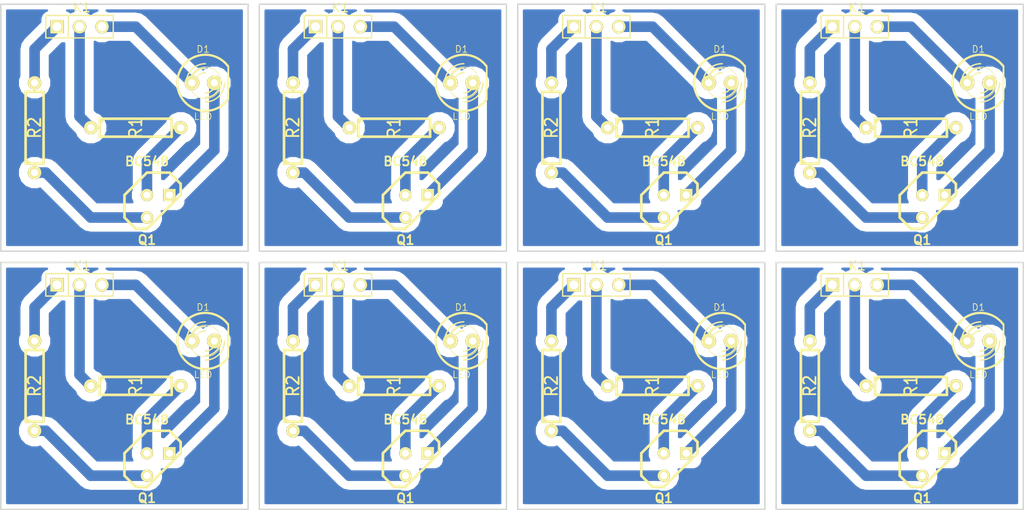
<source format=kicad_pcb>
(kicad_pcb (version 3) (host pcbnew "(2013-jul-07)-stable")

  (general
    (links 90)
    (no_connects 42)
    (area 24.029999 19.1168 139.800001 77.8096)
    (thickness 1.6)
    (drawings 120)
    (tracks 104)
    (zones 0)
    (modules 40)
    (nets 7)
  )

  (page A4)
  (layers
    (15 F.Cu signal)
    (0 B.Cu signal)
    (16 B.Adhes user)
    (17 F.Adhes user)
    (18 B.Paste user)
    (19 F.Paste user)
    (20 B.SilkS user)
    (21 F.SilkS user)
    (22 B.Mask user)
    (23 F.Mask user)
    (24 Dwgs.User user)
    (25 Cmts.User user)
    (26 Eco1.User user)
    (27 Eco2.User user)
    (28 Edge.Cuts user)
  )

  (setup
    (last_trace_width 1.2)
    (trace_clearance 1)
    (zone_clearance 0.508)
    (zone_45_only no)
    (trace_min 0.254)
    (segment_width 0.2)
    (edge_width 0.15)
    (via_size 0.889)
    (via_drill 0.635)
    (via_min_size 0.889)
    (via_min_drill 0.508)
    (uvia_size 0.508)
    (uvia_drill 0.127)
    (uvias_allowed no)
    (uvia_min_size 0.508)
    (uvia_min_drill 0.127)
    (pcb_text_width 0.3)
    (pcb_text_size 1 1)
    (mod_edge_width 0.15)
    (mod_text_size 1 1)
    (mod_text_width 0.15)
    (pad_size 1 1)
    (pad_drill 0.6)
    (pad_to_mask_clearance 0)
    (aux_axis_origin 0 0)
    (visible_elements FFFFFFBF)
    (pcbplotparams
      (layerselection 1)
      (usegerberextensions false)
      (excludeedgelayer false)
      (linewidth 0.150000)
      (plotframeref false)
      (viasonmask false)
      (mode 1)
      (useauxorigin false)
      (hpglpennumber 1)
      (hpglpenspeed 20)
      (hpglpendiameter 15)
      (hpglpenoverlay 2)
      (psnegative false)
      (psa4output false)
      (plotreference true)
      (plotvalue true)
      (plotothertext true)
      (plotinvisibletext false)
      (padsonsilk false)
      (subtractmaskfromsilk false)
      (outputformat 2)
      (mirror false)
      (drillshape 0)
      (scaleselection 1)
      (outputdirectory ""))
  )

  (net 0 "")
  (net 1 N-000001)
  (net 2 N-000002)
  (net 3 N-000003)
  (net 4 N-000004)
  (net 5 N-000005)
  (net 6 N-000006)

  (net_class Default "This is the default net class."
    (clearance 1)
    (trace_width 1.2)
    (via_dia 0.889)
    (via_drill 0.635)
    (uvia_dia 0.508)
    (uvia_drill 0.127)
    (add_net "")
    (add_net N-000001)
    (add_net N-000002)
    (add_net N-000003)
    (add_net N-000004)
    (add_net N-000005)
    (add_net N-000006)
  )

  (module LED-5MM (layer F.Cu) (tedit 50ADE86B) (tstamp 591DA600)
    (at 105.41 29.21)
    (descr "LED 5mm - Lead pitch 100mil (2,54mm)")
    (tags "LED led 5mm 5MM 100mil 2,54mm")
    (path /591DA180)
    (fp_text reference D1 (at 0 -3.81) (layer F.SilkS)
      (effects (font (size 0.762 0.762) (thickness 0.0889)))
    )
    (fp_text value LED (at 0 3.81) (layer F.SilkS)
      (effects (font (size 0.762 0.762) (thickness 0.0889)))
    )
    (fp_line (start 2.8448 1.905) (end 2.8448 -1.905) (layer F.SilkS) (width 0.2032))
    (fp_circle (center 0.254 0) (end -1.016 1.27) (layer F.SilkS) (width 0.0762))
    (fp_arc (start 0.254 0) (end 2.794 1.905) (angle 286.2) (layer F.SilkS) (width 0.254))
    (fp_arc (start 0.254 0) (end -0.889 0) (angle 90) (layer F.SilkS) (width 0.1524))
    (fp_arc (start 0.254 0) (end 1.397 0) (angle 90) (layer F.SilkS) (width 0.1524))
    (fp_arc (start 0.254 0) (end -1.397 0) (angle 90) (layer F.SilkS) (width 0.1524))
    (fp_arc (start 0.254 0) (end 1.905 0) (angle 90) (layer F.SilkS) (width 0.1524))
    (fp_arc (start 0.254 0) (end -1.905 0) (angle 90) (layer F.SilkS) (width 0.1524))
    (fp_arc (start 0.254 0) (end 2.413 0) (angle 90) (layer F.SilkS) (width 0.1524))
    (pad 1 thru_hole circle (at -1.27 0) (size 1.6764 1.6764) (drill 0.8128)
      (layers *.Cu *.Mask F.SilkS)
      (net 3 N-000003)
    )
    (pad 2 thru_hole circle (at 1.27 0) (size 1.6764 1.6764) (drill 0.8128)
      (layers *.Cu *.Mask F.SilkS)
      (net 6 N-000006)
    )
    (model discret/leds/led5_vertical_verde.wrl
      (at (xyz 0 0 0))
      (scale (xyz 1 1 1))
      (rotate (xyz 0 0 0))
    )
  )

  (module PIN_ARRAY_3X1 (layer F.Cu) (tedit 4C1130E0) (tstamp 591DA5F5)
    (at 91.44 22.86)
    (descr "Connecteur 3 pins")
    (tags "CONN DEV")
    (path /591DA243)
    (fp_text reference K1 (at 0.254 -2.159) (layer F.SilkS)
      (effects (font (size 1.016 1.016) (thickness 0.1524)))
    )
    (fp_text value CONN_3 (at 0 -2.159) (layer F.SilkS) hide
      (effects (font (size 1.016 1.016) (thickness 0.1524)))
    )
    (fp_line (start -3.81 1.27) (end -3.81 -1.27) (layer F.SilkS) (width 0.1524))
    (fp_line (start -3.81 -1.27) (end 3.81 -1.27) (layer F.SilkS) (width 0.1524))
    (fp_line (start 3.81 -1.27) (end 3.81 1.27) (layer F.SilkS) (width 0.1524))
    (fp_line (start 3.81 1.27) (end -3.81 1.27) (layer F.SilkS) (width 0.1524))
    (fp_line (start -1.27 -1.27) (end -1.27 1.27) (layer F.SilkS) (width 0.1524))
    (pad 1 thru_hole rect (at -2.54 0) (size 1.524 1.524) (drill 1.016)
      (layers *.Cu *.Mask F.SilkS)
      (net 1 N-000001)
    )
    (pad 2 thru_hole circle (at 0 0) (size 1.524 1.524) (drill 1.016)
      (layers *.Cu *.Mask F.SilkS)
      (net 2 N-000002)
    )
    (pad 3 thru_hole circle (at 2.54 0) (size 1.524 1.524) (drill 1.016)
      (layers *.Cu *.Mask F.SilkS)
      (net 3 N-000003)
    )
    (model pin_array/pins_array_3x1.wrl
      (at (xyz 0 0 0))
      (scale (xyz 1 1 1))
      (rotate (xyz 0 0 0))
    )
  )

  (module R4 (layer F.Cu) (tedit 200000) (tstamp 591DA5E8)
    (at 86.36 34.29 90)
    (descr "Resitance 4 pas")
    (tags R)
    (path /591DA227)
    (autoplace_cost180 10)
    (fp_text reference R2 (at 0 0 90) (layer F.SilkS)
      (effects (font (size 1.397 1.27) (thickness 0.2032)))
    )
    (fp_text value R (at 0 0 90) (layer F.SilkS) hide
      (effects (font (size 1.397 1.27) (thickness 0.2032)))
    )
    (fp_line (start -5.08 0) (end -4.064 0) (layer F.SilkS) (width 0.3048))
    (fp_line (start -4.064 0) (end -4.064 -1.016) (layer F.SilkS) (width 0.3048))
    (fp_line (start -4.064 -1.016) (end 4.064 -1.016) (layer F.SilkS) (width 0.3048))
    (fp_line (start 4.064 -1.016) (end 4.064 1.016) (layer F.SilkS) (width 0.3048))
    (fp_line (start 4.064 1.016) (end -4.064 1.016) (layer F.SilkS) (width 0.3048))
    (fp_line (start -4.064 1.016) (end -4.064 0) (layer F.SilkS) (width 0.3048))
    (fp_line (start -4.064 -0.508) (end -3.556 -1.016) (layer F.SilkS) (width 0.3048))
    (fp_line (start 5.08 0) (end 4.064 0) (layer F.SilkS) (width 0.3048))
    (pad 1 thru_hole circle (at -5.08 0 90) (size 1.524 1.524) (drill 0.8128)
      (layers *.Cu *.Mask F.SilkS)
      (net 4 N-000004)
    )
    (pad 2 thru_hole circle (at 5.08 0 90) (size 1.524 1.524) (drill 0.8128)
      (layers *.Cu *.Mask F.SilkS)
      (net 1 N-000001)
    )
    (model discret/resistor.wrl
      (at (xyz 0 0 0))
      (scale (xyz 0.4 0.4 0.4))
      (rotate (xyz 0 0 0))
    )
  )

  (module R4 (layer F.Cu) (tedit 591DA329) (tstamp 591DA5DB)
    (at 97.79 34.29)
    (descr "Resitance 4 pas")
    (tags R)
    (path /591DA192)
    (autoplace_cost180 10)
    (fp_text reference R1 (at 0 0 90) (layer F.SilkS)
      (effects (font (size 1.397 1.27) (thickness 0.2032)))
    )
    (fp_text value R (at 0 0) (layer F.SilkS) hide
      (effects (font (size 1.397 1.27) (thickness 0.2032)))
    )
    (fp_line (start -5.08 0) (end -4.064 0) (layer F.SilkS) (width 0.3048))
    (fp_line (start -4.064 0) (end -4.064 -1.016) (layer F.SilkS) (width 0.3048))
    (fp_line (start -4.064 -1.016) (end 4.064 -1.016) (layer F.SilkS) (width 0.3048))
    (fp_line (start 4.064 -1.016) (end 4.064 1.016) (layer F.SilkS) (width 0.3048))
    (fp_line (start 4.064 1.016) (end -4.064 1.016) (layer F.SilkS) (width 0.3048))
    (fp_line (start -4.064 1.016) (end -4.064 0) (layer F.SilkS) (width 0.3048))
    (fp_line (start -4.064 -0.508) (end -3.556 -1.016) (layer F.SilkS) (width 0.3048))
    (fp_line (start 5.08 0) (end 4.064 0) (layer F.SilkS) (width 0.3048))
    (pad 1 thru_hole circle (at -5.08 0) (size 1.524 1.524) (drill 0.8128)
      (layers *.Cu *.Mask F.SilkS)
      (net 2 N-000002)
    )
    (pad 2 thru_hole circle (at 5.08 0) (size 1.524 1.524) (drill 0.8128)
      (layers *.Cu *.Mask F.SilkS)
      (net 5 N-000005)
    )
    (model discret/resistor.wrl
      (at (xyz 0 0 0))
      (scale (xyz 0.4 0.4 0.4))
      (rotate (xyz 0 0 0))
    )
  )

  (module TO92 (layer F.Cu) (tedit 443CFFD1) (tstamp 591DA5CD)
    (at 100.33 43.18)
    (descr "Transistor TO92 brochage type BC237")
    (tags "TR TO92")
    (path /591DA1EF)
    (fp_text reference Q1 (at -1.27 3.81) (layer F.SilkS)
      (effects (font (size 1.016 1.016) (thickness 0.2032)))
    )
    (fp_text value BC548 (at -1.27 -5.08) (layer F.SilkS)
      (effects (font (size 1.016 1.016) (thickness 0.2032)))
    )
    (fp_line (start -1.27 2.54) (end 2.54 -1.27) (layer F.SilkS) (width 0.3048))
    (fp_line (start 2.54 -1.27) (end 2.54 -2.54) (layer F.SilkS) (width 0.3048))
    (fp_line (start 2.54 -2.54) (end 1.27 -3.81) (layer F.SilkS) (width 0.3048))
    (fp_line (start 1.27 -3.81) (end -1.27 -3.81) (layer F.SilkS) (width 0.3048))
    (fp_line (start -1.27 -3.81) (end -3.81 -1.27) (layer F.SilkS) (width 0.3048))
    (fp_line (start -3.81 -1.27) (end -3.81 1.27) (layer F.SilkS) (width 0.3048))
    (fp_line (start -3.81 1.27) (end -2.54 2.54) (layer F.SilkS) (width 0.3048))
    (fp_line (start -2.54 2.54) (end -1.27 2.54) (layer F.SilkS) (width 0.3048))
    (pad 1 thru_hole rect (at 1.27 -1.27) (size 1.397 1.397) (drill 0.8128)
      (layers *.Cu *.Mask F.SilkS)
      (net 6 N-000006)
    )
    (pad 2 thru_hole circle (at -1.27 -1.27) (size 1.397 1.397) (drill 0.8128)
      (layers *.Cu *.Mask F.SilkS)
      (net 5 N-000005)
    )
    (pad 3 thru_hole circle (at -1.27 1.27) (size 1.397 1.397) (drill 0.8128)
      (layers *.Cu *.Mask F.SilkS)
      (net 4 N-000004)
    )
    (model discret/to98.wrl
      (at (xyz 0 0 0))
      (scale (xyz 1 1 1))
      (rotate (xyz 0 0 0))
    )
  )

  (module TO92 (layer F.Cu) (tedit 443CFFD1) (tstamp 591DA5BF)
    (at 129.54 43.18)
    (descr "Transistor TO92 brochage type BC237")
    (tags "TR TO92")
    (path /591DA1EF)
    (fp_text reference Q1 (at -1.27 3.81) (layer F.SilkS)
      (effects (font (size 1.016 1.016) (thickness 0.2032)))
    )
    (fp_text value BC548 (at -1.27 -5.08) (layer F.SilkS)
      (effects (font (size 1.016 1.016) (thickness 0.2032)))
    )
    (fp_line (start -1.27 2.54) (end 2.54 -1.27) (layer F.SilkS) (width 0.3048))
    (fp_line (start 2.54 -1.27) (end 2.54 -2.54) (layer F.SilkS) (width 0.3048))
    (fp_line (start 2.54 -2.54) (end 1.27 -3.81) (layer F.SilkS) (width 0.3048))
    (fp_line (start 1.27 -3.81) (end -1.27 -3.81) (layer F.SilkS) (width 0.3048))
    (fp_line (start -1.27 -3.81) (end -3.81 -1.27) (layer F.SilkS) (width 0.3048))
    (fp_line (start -3.81 -1.27) (end -3.81 1.27) (layer F.SilkS) (width 0.3048))
    (fp_line (start -3.81 1.27) (end -2.54 2.54) (layer F.SilkS) (width 0.3048))
    (fp_line (start -2.54 2.54) (end -1.27 2.54) (layer F.SilkS) (width 0.3048))
    (pad 1 thru_hole rect (at 1.27 -1.27) (size 1.397 1.397) (drill 0.8128)
      (layers *.Cu *.Mask F.SilkS)
      (net 6 N-000006)
    )
    (pad 2 thru_hole circle (at -1.27 -1.27) (size 1.397 1.397) (drill 0.8128)
      (layers *.Cu *.Mask F.SilkS)
      (net 5 N-000005)
    )
    (pad 3 thru_hole circle (at -1.27 1.27) (size 1.397 1.397) (drill 0.8128)
      (layers *.Cu *.Mask F.SilkS)
      (net 4 N-000004)
    )
    (model discret/to98.wrl
      (at (xyz 0 0 0))
      (scale (xyz 1 1 1))
      (rotate (xyz 0 0 0))
    )
  )

  (module R4 (layer F.Cu) (tedit 591DA329) (tstamp 591DA5B2)
    (at 127 34.29)
    (descr "Resitance 4 pas")
    (tags R)
    (path /591DA192)
    (autoplace_cost180 10)
    (fp_text reference R1 (at 0 0 90) (layer F.SilkS)
      (effects (font (size 1.397 1.27) (thickness 0.2032)))
    )
    (fp_text value R (at 0 0) (layer F.SilkS) hide
      (effects (font (size 1.397 1.27) (thickness 0.2032)))
    )
    (fp_line (start -5.08 0) (end -4.064 0) (layer F.SilkS) (width 0.3048))
    (fp_line (start -4.064 0) (end -4.064 -1.016) (layer F.SilkS) (width 0.3048))
    (fp_line (start -4.064 -1.016) (end 4.064 -1.016) (layer F.SilkS) (width 0.3048))
    (fp_line (start 4.064 -1.016) (end 4.064 1.016) (layer F.SilkS) (width 0.3048))
    (fp_line (start 4.064 1.016) (end -4.064 1.016) (layer F.SilkS) (width 0.3048))
    (fp_line (start -4.064 1.016) (end -4.064 0) (layer F.SilkS) (width 0.3048))
    (fp_line (start -4.064 -0.508) (end -3.556 -1.016) (layer F.SilkS) (width 0.3048))
    (fp_line (start 5.08 0) (end 4.064 0) (layer F.SilkS) (width 0.3048))
    (pad 1 thru_hole circle (at -5.08 0) (size 1.524 1.524) (drill 0.8128)
      (layers *.Cu *.Mask F.SilkS)
      (net 2 N-000002)
    )
    (pad 2 thru_hole circle (at 5.08 0) (size 1.524 1.524) (drill 0.8128)
      (layers *.Cu *.Mask F.SilkS)
      (net 5 N-000005)
    )
    (model discret/resistor.wrl
      (at (xyz 0 0 0))
      (scale (xyz 0.4 0.4 0.4))
      (rotate (xyz 0 0 0))
    )
  )

  (module R4 (layer F.Cu) (tedit 200000) (tstamp 591DA5A5)
    (at 115.57 34.29 90)
    (descr "Resitance 4 pas")
    (tags R)
    (path /591DA227)
    (autoplace_cost180 10)
    (fp_text reference R2 (at 0 0 90) (layer F.SilkS)
      (effects (font (size 1.397 1.27) (thickness 0.2032)))
    )
    (fp_text value R (at 0 0 90) (layer F.SilkS) hide
      (effects (font (size 1.397 1.27) (thickness 0.2032)))
    )
    (fp_line (start -5.08 0) (end -4.064 0) (layer F.SilkS) (width 0.3048))
    (fp_line (start -4.064 0) (end -4.064 -1.016) (layer F.SilkS) (width 0.3048))
    (fp_line (start -4.064 -1.016) (end 4.064 -1.016) (layer F.SilkS) (width 0.3048))
    (fp_line (start 4.064 -1.016) (end 4.064 1.016) (layer F.SilkS) (width 0.3048))
    (fp_line (start 4.064 1.016) (end -4.064 1.016) (layer F.SilkS) (width 0.3048))
    (fp_line (start -4.064 1.016) (end -4.064 0) (layer F.SilkS) (width 0.3048))
    (fp_line (start -4.064 -0.508) (end -3.556 -1.016) (layer F.SilkS) (width 0.3048))
    (fp_line (start 5.08 0) (end 4.064 0) (layer F.SilkS) (width 0.3048))
    (pad 1 thru_hole circle (at -5.08 0 90) (size 1.524 1.524) (drill 0.8128)
      (layers *.Cu *.Mask F.SilkS)
      (net 4 N-000004)
    )
    (pad 2 thru_hole circle (at 5.08 0 90) (size 1.524 1.524) (drill 0.8128)
      (layers *.Cu *.Mask F.SilkS)
      (net 1 N-000001)
    )
    (model discret/resistor.wrl
      (at (xyz 0 0 0))
      (scale (xyz 0.4 0.4 0.4))
      (rotate (xyz 0 0 0))
    )
  )

  (module PIN_ARRAY_3X1 (layer F.Cu) (tedit 4C1130E0) (tstamp 591DA59A)
    (at 120.65 22.86)
    (descr "Connecteur 3 pins")
    (tags "CONN DEV")
    (path /591DA243)
    (fp_text reference K1 (at 0.254 -2.159) (layer F.SilkS)
      (effects (font (size 1.016 1.016) (thickness 0.1524)))
    )
    (fp_text value CONN_3 (at 0 -2.159) (layer F.SilkS) hide
      (effects (font (size 1.016 1.016) (thickness 0.1524)))
    )
    (fp_line (start -3.81 1.27) (end -3.81 -1.27) (layer F.SilkS) (width 0.1524))
    (fp_line (start -3.81 -1.27) (end 3.81 -1.27) (layer F.SilkS) (width 0.1524))
    (fp_line (start 3.81 -1.27) (end 3.81 1.27) (layer F.SilkS) (width 0.1524))
    (fp_line (start 3.81 1.27) (end -3.81 1.27) (layer F.SilkS) (width 0.1524))
    (fp_line (start -1.27 -1.27) (end -1.27 1.27) (layer F.SilkS) (width 0.1524))
    (pad 1 thru_hole rect (at -2.54 0) (size 1.524 1.524) (drill 1.016)
      (layers *.Cu *.Mask F.SilkS)
      (net 1 N-000001)
    )
    (pad 2 thru_hole circle (at 0 0) (size 1.524 1.524) (drill 1.016)
      (layers *.Cu *.Mask F.SilkS)
      (net 2 N-000002)
    )
    (pad 3 thru_hole circle (at 2.54 0) (size 1.524 1.524) (drill 1.016)
      (layers *.Cu *.Mask F.SilkS)
      (net 3 N-000003)
    )
    (model pin_array/pins_array_3x1.wrl
      (at (xyz 0 0 0))
      (scale (xyz 1 1 1))
      (rotate (xyz 0 0 0))
    )
  )

  (module LED-5MM (layer F.Cu) (tedit 50ADE86B) (tstamp 591DA58C)
    (at 134.62 29.21)
    (descr "LED 5mm - Lead pitch 100mil (2,54mm)")
    (tags "LED led 5mm 5MM 100mil 2,54mm")
    (path /591DA180)
    (fp_text reference D1 (at 0 -3.81) (layer F.SilkS)
      (effects (font (size 0.762 0.762) (thickness 0.0889)))
    )
    (fp_text value LED (at 0 3.81) (layer F.SilkS)
      (effects (font (size 0.762 0.762) (thickness 0.0889)))
    )
    (fp_line (start 2.8448 1.905) (end 2.8448 -1.905) (layer F.SilkS) (width 0.2032))
    (fp_circle (center 0.254 0) (end -1.016 1.27) (layer F.SilkS) (width 0.0762))
    (fp_arc (start 0.254 0) (end 2.794 1.905) (angle 286.2) (layer F.SilkS) (width 0.254))
    (fp_arc (start 0.254 0) (end -0.889 0) (angle 90) (layer F.SilkS) (width 0.1524))
    (fp_arc (start 0.254 0) (end 1.397 0) (angle 90) (layer F.SilkS) (width 0.1524))
    (fp_arc (start 0.254 0) (end -1.397 0) (angle 90) (layer F.SilkS) (width 0.1524))
    (fp_arc (start 0.254 0) (end 1.905 0) (angle 90) (layer F.SilkS) (width 0.1524))
    (fp_arc (start 0.254 0) (end -1.905 0) (angle 90) (layer F.SilkS) (width 0.1524))
    (fp_arc (start 0.254 0) (end 2.413 0) (angle 90) (layer F.SilkS) (width 0.1524))
    (pad 1 thru_hole circle (at -1.27 0) (size 1.6764 1.6764) (drill 0.8128)
      (layers *.Cu *.Mask F.SilkS)
      (net 3 N-000003)
    )
    (pad 2 thru_hole circle (at 1.27 0) (size 1.6764 1.6764) (drill 0.8128)
      (layers *.Cu *.Mask F.SilkS)
      (net 6 N-000006)
    )
    (model discret/leds/led5_vertical_verde.wrl
      (at (xyz 0 0 0))
      (scale (xyz 1 1 1))
      (rotate (xyz 0 0 0))
    )
  )

  (module LED-5MM (layer F.Cu) (tedit 50ADE86B) (tstamp 591DA57E)
    (at 134.62 58.42)
    (descr "LED 5mm - Lead pitch 100mil (2,54mm)")
    (tags "LED led 5mm 5MM 100mil 2,54mm")
    (path /591DA180)
    (fp_text reference D1 (at 0 -3.81) (layer F.SilkS)
      (effects (font (size 0.762 0.762) (thickness 0.0889)))
    )
    (fp_text value LED (at 0 3.81) (layer F.SilkS)
      (effects (font (size 0.762 0.762) (thickness 0.0889)))
    )
    (fp_line (start 2.8448 1.905) (end 2.8448 -1.905) (layer F.SilkS) (width 0.2032))
    (fp_circle (center 0.254 0) (end -1.016 1.27) (layer F.SilkS) (width 0.0762))
    (fp_arc (start 0.254 0) (end 2.794 1.905) (angle 286.2) (layer F.SilkS) (width 0.254))
    (fp_arc (start 0.254 0) (end -0.889 0) (angle 90) (layer F.SilkS) (width 0.1524))
    (fp_arc (start 0.254 0) (end 1.397 0) (angle 90) (layer F.SilkS) (width 0.1524))
    (fp_arc (start 0.254 0) (end -1.397 0) (angle 90) (layer F.SilkS) (width 0.1524))
    (fp_arc (start 0.254 0) (end 1.905 0) (angle 90) (layer F.SilkS) (width 0.1524))
    (fp_arc (start 0.254 0) (end -1.905 0) (angle 90) (layer F.SilkS) (width 0.1524))
    (fp_arc (start 0.254 0) (end 2.413 0) (angle 90) (layer F.SilkS) (width 0.1524))
    (pad 1 thru_hole circle (at -1.27 0) (size 1.6764 1.6764) (drill 0.8128)
      (layers *.Cu *.Mask F.SilkS)
      (net 3 N-000003)
    )
    (pad 2 thru_hole circle (at 1.27 0) (size 1.6764 1.6764) (drill 0.8128)
      (layers *.Cu *.Mask F.SilkS)
      (net 6 N-000006)
    )
    (model discret/leds/led5_vertical_verde.wrl
      (at (xyz 0 0 0))
      (scale (xyz 1 1 1))
      (rotate (xyz 0 0 0))
    )
  )

  (module PIN_ARRAY_3X1 (layer F.Cu) (tedit 4C1130E0) (tstamp 591DA573)
    (at 120.65 52.07)
    (descr "Connecteur 3 pins")
    (tags "CONN DEV")
    (path /591DA243)
    (fp_text reference K1 (at 0.254 -2.159) (layer F.SilkS)
      (effects (font (size 1.016 1.016) (thickness 0.1524)))
    )
    (fp_text value CONN_3 (at 0 -2.159) (layer F.SilkS) hide
      (effects (font (size 1.016 1.016) (thickness 0.1524)))
    )
    (fp_line (start -3.81 1.27) (end -3.81 -1.27) (layer F.SilkS) (width 0.1524))
    (fp_line (start -3.81 -1.27) (end 3.81 -1.27) (layer F.SilkS) (width 0.1524))
    (fp_line (start 3.81 -1.27) (end 3.81 1.27) (layer F.SilkS) (width 0.1524))
    (fp_line (start 3.81 1.27) (end -3.81 1.27) (layer F.SilkS) (width 0.1524))
    (fp_line (start -1.27 -1.27) (end -1.27 1.27) (layer F.SilkS) (width 0.1524))
    (pad 1 thru_hole rect (at -2.54 0) (size 1.524 1.524) (drill 1.016)
      (layers *.Cu *.Mask F.SilkS)
      (net 1 N-000001)
    )
    (pad 2 thru_hole circle (at 0 0) (size 1.524 1.524) (drill 1.016)
      (layers *.Cu *.Mask F.SilkS)
      (net 2 N-000002)
    )
    (pad 3 thru_hole circle (at 2.54 0) (size 1.524 1.524) (drill 1.016)
      (layers *.Cu *.Mask F.SilkS)
      (net 3 N-000003)
    )
    (model pin_array/pins_array_3x1.wrl
      (at (xyz 0 0 0))
      (scale (xyz 1 1 1))
      (rotate (xyz 0 0 0))
    )
  )

  (module R4 (layer F.Cu) (tedit 200000) (tstamp 591DA566)
    (at 115.57 63.5 90)
    (descr "Resitance 4 pas")
    (tags R)
    (path /591DA227)
    (autoplace_cost180 10)
    (fp_text reference R2 (at 0 0 90) (layer F.SilkS)
      (effects (font (size 1.397 1.27) (thickness 0.2032)))
    )
    (fp_text value R (at 0 0 90) (layer F.SilkS) hide
      (effects (font (size 1.397 1.27) (thickness 0.2032)))
    )
    (fp_line (start -5.08 0) (end -4.064 0) (layer F.SilkS) (width 0.3048))
    (fp_line (start -4.064 0) (end -4.064 -1.016) (layer F.SilkS) (width 0.3048))
    (fp_line (start -4.064 -1.016) (end 4.064 -1.016) (layer F.SilkS) (width 0.3048))
    (fp_line (start 4.064 -1.016) (end 4.064 1.016) (layer F.SilkS) (width 0.3048))
    (fp_line (start 4.064 1.016) (end -4.064 1.016) (layer F.SilkS) (width 0.3048))
    (fp_line (start -4.064 1.016) (end -4.064 0) (layer F.SilkS) (width 0.3048))
    (fp_line (start -4.064 -0.508) (end -3.556 -1.016) (layer F.SilkS) (width 0.3048))
    (fp_line (start 5.08 0) (end 4.064 0) (layer F.SilkS) (width 0.3048))
    (pad 1 thru_hole circle (at -5.08 0 90) (size 1.524 1.524) (drill 0.8128)
      (layers *.Cu *.Mask F.SilkS)
      (net 4 N-000004)
    )
    (pad 2 thru_hole circle (at 5.08 0 90) (size 1.524 1.524) (drill 0.8128)
      (layers *.Cu *.Mask F.SilkS)
      (net 1 N-000001)
    )
    (model discret/resistor.wrl
      (at (xyz 0 0 0))
      (scale (xyz 0.4 0.4 0.4))
      (rotate (xyz 0 0 0))
    )
  )

  (module R4 (layer F.Cu) (tedit 591DA329) (tstamp 591DA559)
    (at 127 63.5)
    (descr "Resitance 4 pas")
    (tags R)
    (path /591DA192)
    (autoplace_cost180 10)
    (fp_text reference R1 (at 0 0 90) (layer F.SilkS)
      (effects (font (size 1.397 1.27) (thickness 0.2032)))
    )
    (fp_text value R (at 0 0) (layer F.SilkS) hide
      (effects (font (size 1.397 1.27) (thickness 0.2032)))
    )
    (fp_line (start -5.08 0) (end -4.064 0) (layer F.SilkS) (width 0.3048))
    (fp_line (start -4.064 0) (end -4.064 -1.016) (layer F.SilkS) (width 0.3048))
    (fp_line (start -4.064 -1.016) (end 4.064 -1.016) (layer F.SilkS) (width 0.3048))
    (fp_line (start 4.064 -1.016) (end 4.064 1.016) (layer F.SilkS) (width 0.3048))
    (fp_line (start 4.064 1.016) (end -4.064 1.016) (layer F.SilkS) (width 0.3048))
    (fp_line (start -4.064 1.016) (end -4.064 0) (layer F.SilkS) (width 0.3048))
    (fp_line (start -4.064 -0.508) (end -3.556 -1.016) (layer F.SilkS) (width 0.3048))
    (fp_line (start 5.08 0) (end 4.064 0) (layer F.SilkS) (width 0.3048))
    (pad 1 thru_hole circle (at -5.08 0) (size 1.524 1.524) (drill 0.8128)
      (layers *.Cu *.Mask F.SilkS)
      (net 2 N-000002)
    )
    (pad 2 thru_hole circle (at 5.08 0) (size 1.524 1.524) (drill 0.8128)
      (layers *.Cu *.Mask F.SilkS)
      (net 5 N-000005)
    )
    (model discret/resistor.wrl
      (at (xyz 0 0 0))
      (scale (xyz 0.4 0.4 0.4))
      (rotate (xyz 0 0 0))
    )
  )

  (module TO92 (layer F.Cu) (tedit 443CFFD1) (tstamp 591DA54B)
    (at 129.54 72.39)
    (descr "Transistor TO92 brochage type BC237")
    (tags "TR TO92")
    (path /591DA1EF)
    (fp_text reference Q1 (at -1.27 3.81) (layer F.SilkS)
      (effects (font (size 1.016 1.016) (thickness 0.2032)))
    )
    (fp_text value BC548 (at -1.27 -5.08) (layer F.SilkS)
      (effects (font (size 1.016 1.016) (thickness 0.2032)))
    )
    (fp_line (start -1.27 2.54) (end 2.54 -1.27) (layer F.SilkS) (width 0.3048))
    (fp_line (start 2.54 -1.27) (end 2.54 -2.54) (layer F.SilkS) (width 0.3048))
    (fp_line (start 2.54 -2.54) (end 1.27 -3.81) (layer F.SilkS) (width 0.3048))
    (fp_line (start 1.27 -3.81) (end -1.27 -3.81) (layer F.SilkS) (width 0.3048))
    (fp_line (start -1.27 -3.81) (end -3.81 -1.27) (layer F.SilkS) (width 0.3048))
    (fp_line (start -3.81 -1.27) (end -3.81 1.27) (layer F.SilkS) (width 0.3048))
    (fp_line (start -3.81 1.27) (end -2.54 2.54) (layer F.SilkS) (width 0.3048))
    (fp_line (start -2.54 2.54) (end -1.27 2.54) (layer F.SilkS) (width 0.3048))
    (pad 1 thru_hole rect (at 1.27 -1.27) (size 1.397 1.397) (drill 0.8128)
      (layers *.Cu *.Mask F.SilkS)
      (net 6 N-000006)
    )
    (pad 2 thru_hole circle (at -1.27 -1.27) (size 1.397 1.397) (drill 0.8128)
      (layers *.Cu *.Mask F.SilkS)
      (net 5 N-000005)
    )
    (pad 3 thru_hole circle (at -1.27 1.27) (size 1.397 1.397) (drill 0.8128)
      (layers *.Cu *.Mask F.SilkS)
      (net 4 N-000004)
    )
    (model discret/to98.wrl
      (at (xyz 0 0 0))
      (scale (xyz 1 1 1))
      (rotate (xyz 0 0 0))
    )
  )

  (module TO92 (layer F.Cu) (tedit 443CFFD1) (tstamp 591DA53D)
    (at 100.33 72.39)
    (descr "Transistor TO92 brochage type BC237")
    (tags "TR TO92")
    (path /591DA1EF)
    (fp_text reference Q1 (at -1.27 3.81) (layer F.SilkS)
      (effects (font (size 1.016 1.016) (thickness 0.2032)))
    )
    (fp_text value BC548 (at -1.27 -5.08) (layer F.SilkS)
      (effects (font (size 1.016 1.016) (thickness 0.2032)))
    )
    (fp_line (start -1.27 2.54) (end 2.54 -1.27) (layer F.SilkS) (width 0.3048))
    (fp_line (start 2.54 -1.27) (end 2.54 -2.54) (layer F.SilkS) (width 0.3048))
    (fp_line (start 2.54 -2.54) (end 1.27 -3.81) (layer F.SilkS) (width 0.3048))
    (fp_line (start 1.27 -3.81) (end -1.27 -3.81) (layer F.SilkS) (width 0.3048))
    (fp_line (start -1.27 -3.81) (end -3.81 -1.27) (layer F.SilkS) (width 0.3048))
    (fp_line (start -3.81 -1.27) (end -3.81 1.27) (layer F.SilkS) (width 0.3048))
    (fp_line (start -3.81 1.27) (end -2.54 2.54) (layer F.SilkS) (width 0.3048))
    (fp_line (start -2.54 2.54) (end -1.27 2.54) (layer F.SilkS) (width 0.3048))
    (pad 1 thru_hole rect (at 1.27 -1.27) (size 1.397 1.397) (drill 0.8128)
      (layers *.Cu *.Mask F.SilkS)
      (net 6 N-000006)
    )
    (pad 2 thru_hole circle (at -1.27 -1.27) (size 1.397 1.397) (drill 0.8128)
      (layers *.Cu *.Mask F.SilkS)
      (net 5 N-000005)
    )
    (pad 3 thru_hole circle (at -1.27 1.27) (size 1.397 1.397) (drill 0.8128)
      (layers *.Cu *.Mask F.SilkS)
      (net 4 N-000004)
    )
    (model discret/to98.wrl
      (at (xyz 0 0 0))
      (scale (xyz 1 1 1))
      (rotate (xyz 0 0 0))
    )
  )

  (module R4 (layer F.Cu) (tedit 591DA329) (tstamp 591DA530)
    (at 97.79 63.5)
    (descr "Resitance 4 pas")
    (tags R)
    (path /591DA192)
    (autoplace_cost180 10)
    (fp_text reference R1 (at 0 0 90) (layer F.SilkS)
      (effects (font (size 1.397 1.27) (thickness 0.2032)))
    )
    (fp_text value R (at 0 0) (layer F.SilkS) hide
      (effects (font (size 1.397 1.27) (thickness 0.2032)))
    )
    (fp_line (start -5.08 0) (end -4.064 0) (layer F.SilkS) (width 0.3048))
    (fp_line (start -4.064 0) (end -4.064 -1.016) (layer F.SilkS) (width 0.3048))
    (fp_line (start -4.064 -1.016) (end 4.064 -1.016) (layer F.SilkS) (width 0.3048))
    (fp_line (start 4.064 -1.016) (end 4.064 1.016) (layer F.SilkS) (width 0.3048))
    (fp_line (start 4.064 1.016) (end -4.064 1.016) (layer F.SilkS) (width 0.3048))
    (fp_line (start -4.064 1.016) (end -4.064 0) (layer F.SilkS) (width 0.3048))
    (fp_line (start -4.064 -0.508) (end -3.556 -1.016) (layer F.SilkS) (width 0.3048))
    (fp_line (start 5.08 0) (end 4.064 0) (layer F.SilkS) (width 0.3048))
    (pad 1 thru_hole circle (at -5.08 0) (size 1.524 1.524) (drill 0.8128)
      (layers *.Cu *.Mask F.SilkS)
      (net 2 N-000002)
    )
    (pad 2 thru_hole circle (at 5.08 0) (size 1.524 1.524) (drill 0.8128)
      (layers *.Cu *.Mask F.SilkS)
      (net 5 N-000005)
    )
    (model discret/resistor.wrl
      (at (xyz 0 0 0))
      (scale (xyz 0.4 0.4 0.4))
      (rotate (xyz 0 0 0))
    )
  )

  (module R4 (layer F.Cu) (tedit 200000) (tstamp 591DA523)
    (at 86.36 63.5 90)
    (descr "Resitance 4 pas")
    (tags R)
    (path /591DA227)
    (autoplace_cost180 10)
    (fp_text reference R2 (at 0 0 90) (layer F.SilkS)
      (effects (font (size 1.397 1.27) (thickness 0.2032)))
    )
    (fp_text value R (at 0 0 90) (layer F.SilkS) hide
      (effects (font (size 1.397 1.27) (thickness 0.2032)))
    )
    (fp_line (start -5.08 0) (end -4.064 0) (layer F.SilkS) (width 0.3048))
    (fp_line (start -4.064 0) (end -4.064 -1.016) (layer F.SilkS) (width 0.3048))
    (fp_line (start -4.064 -1.016) (end 4.064 -1.016) (layer F.SilkS) (width 0.3048))
    (fp_line (start 4.064 -1.016) (end 4.064 1.016) (layer F.SilkS) (width 0.3048))
    (fp_line (start 4.064 1.016) (end -4.064 1.016) (layer F.SilkS) (width 0.3048))
    (fp_line (start -4.064 1.016) (end -4.064 0) (layer F.SilkS) (width 0.3048))
    (fp_line (start -4.064 -0.508) (end -3.556 -1.016) (layer F.SilkS) (width 0.3048))
    (fp_line (start 5.08 0) (end 4.064 0) (layer F.SilkS) (width 0.3048))
    (pad 1 thru_hole circle (at -5.08 0 90) (size 1.524 1.524) (drill 0.8128)
      (layers *.Cu *.Mask F.SilkS)
      (net 4 N-000004)
    )
    (pad 2 thru_hole circle (at 5.08 0 90) (size 1.524 1.524) (drill 0.8128)
      (layers *.Cu *.Mask F.SilkS)
      (net 1 N-000001)
    )
    (model discret/resistor.wrl
      (at (xyz 0 0 0))
      (scale (xyz 0.4 0.4 0.4))
      (rotate (xyz 0 0 0))
    )
  )

  (module PIN_ARRAY_3X1 (layer F.Cu) (tedit 4C1130E0) (tstamp 591DA518)
    (at 91.44 52.07)
    (descr "Connecteur 3 pins")
    (tags "CONN DEV")
    (path /591DA243)
    (fp_text reference K1 (at 0.254 -2.159) (layer F.SilkS)
      (effects (font (size 1.016 1.016) (thickness 0.1524)))
    )
    (fp_text value CONN_3 (at 0 -2.159) (layer F.SilkS) hide
      (effects (font (size 1.016 1.016) (thickness 0.1524)))
    )
    (fp_line (start -3.81 1.27) (end -3.81 -1.27) (layer F.SilkS) (width 0.1524))
    (fp_line (start -3.81 -1.27) (end 3.81 -1.27) (layer F.SilkS) (width 0.1524))
    (fp_line (start 3.81 -1.27) (end 3.81 1.27) (layer F.SilkS) (width 0.1524))
    (fp_line (start 3.81 1.27) (end -3.81 1.27) (layer F.SilkS) (width 0.1524))
    (fp_line (start -1.27 -1.27) (end -1.27 1.27) (layer F.SilkS) (width 0.1524))
    (pad 1 thru_hole rect (at -2.54 0) (size 1.524 1.524) (drill 1.016)
      (layers *.Cu *.Mask F.SilkS)
      (net 1 N-000001)
    )
    (pad 2 thru_hole circle (at 0 0) (size 1.524 1.524) (drill 1.016)
      (layers *.Cu *.Mask F.SilkS)
      (net 2 N-000002)
    )
    (pad 3 thru_hole circle (at 2.54 0) (size 1.524 1.524) (drill 1.016)
      (layers *.Cu *.Mask F.SilkS)
      (net 3 N-000003)
    )
    (model pin_array/pins_array_3x1.wrl
      (at (xyz 0 0 0))
      (scale (xyz 1 1 1))
      (rotate (xyz 0 0 0))
    )
  )

  (module LED-5MM (layer F.Cu) (tedit 50ADE86B) (tstamp 591DA50A)
    (at 105.41 58.42)
    (descr "LED 5mm - Lead pitch 100mil (2,54mm)")
    (tags "LED led 5mm 5MM 100mil 2,54mm")
    (path /591DA180)
    (fp_text reference D1 (at 0 -3.81) (layer F.SilkS)
      (effects (font (size 0.762 0.762) (thickness 0.0889)))
    )
    (fp_text value LED (at 0 3.81) (layer F.SilkS)
      (effects (font (size 0.762 0.762) (thickness 0.0889)))
    )
    (fp_line (start 2.8448 1.905) (end 2.8448 -1.905) (layer F.SilkS) (width 0.2032))
    (fp_circle (center 0.254 0) (end -1.016 1.27) (layer F.SilkS) (width 0.0762))
    (fp_arc (start 0.254 0) (end 2.794 1.905) (angle 286.2) (layer F.SilkS) (width 0.254))
    (fp_arc (start 0.254 0) (end -0.889 0) (angle 90) (layer F.SilkS) (width 0.1524))
    (fp_arc (start 0.254 0) (end 1.397 0) (angle 90) (layer F.SilkS) (width 0.1524))
    (fp_arc (start 0.254 0) (end -1.397 0) (angle 90) (layer F.SilkS) (width 0.1524))
    (fp_arc (start 0.254 0) (end 1.905 0) (angle 90) (layer F.SilkS) (width 0.1524))
    (fp_arc (start 0.254 0) (end -1.905 0) (angle 90) (layer F.SilkS) (width 0.1524))
    (fp_arc (start 0.254 0) (end 2.413 0) (angle 90) (layer F.SilkS) (width 0.1524))
    (pad 1 thru_hole circle (at -1.27 0) (size 1.6764 1.6764) (drill 0.8128)
      (layers *.Cu *.Mask F.SilkS)
      (net 3 N-000003)
    )
    (pad 2 thru_hole circle (at 1.27 0) (size 1.6764 1.6764) (drill 0.8128)
      (layers *.Cu *.Mask F.SilkS)
      (net 6 N-000006)
    )
    (model discret/leds/led5_vertical_verde.wrl
      (at (xyz 0 0 0))
      (scale (xyz 1 1 1))
      (rotate (xyz 0 0 0))
    )
  )

  (module LED-5MM (layer F.Cu) (tedit 50ADE86B) (tstamp 591DA4C2)
    (at 46.99 58.42)
    (descr "LED 5mm - Lead pitch 100mil (2,54mm)")
    (tags "LED led 5mm 5MM 100mil 2,54mm")
    (path /591DA180)
    (fp_text reference D1 (at 0 -3.81) (layer F.SilkS)
      (effects (font (size 0.762 0.762) (thickness 0.0889)))
    )
    (fp_text value LED (at 0 3.81) (layer F.SilkS)
      (effects (font (size 0.762 0.762) (thickness 0.0889)))
    )
    (fp_line (start 2.8448 1.905) (end 2.8448 -1.905) (layer F.SilkS) (width 0.2032))
    (fp_circle (center 0.254 0) (end -1.016 1.27) (layer F.SilkS) (width 0.0762))
    (fp_arc (start 0.254 0) (end 2.794 1.905) (angle 286.2) (layer F.SilkS) (width 0.254))
    (fp_arc (start 0.254 0) (end -0.889 0) (angle 90) (layer F.SilkS) (width 0.1524))
    (fp_arc (start 0.254 0) (end 1.397 0) (angle 90) (layer F.SilkS) (width 0.1524))
    (fp_arc (start 0.254 0) (end -1.397 0) (angle 90) (layer F.SilkS) (width 0.1524))
    (fp_arc (start 0.254 0) (end 1.905 0) (angle 90) (layer F.SilkS) (width 0.1524))
    (fp_arc (start 0.254 0) (end -1.905 0) (angle 90) (layer F.SilkS) (width 0.1524))
    (fp_arc (start 0.254 0) (end 2.413 0) (angle 90) (layer F.SilkS) (width 0.1524))
    (pad 1 thru_hole circle (at -1.27 0) (size 1.6764 1.6764) (drill 0.8128)
      (layers *.Cu *.Mask F.SilkS)
      (net 3 N-000003)
    )
    (pad 2 thru_hole circle (at 1.27 0) (size 1.6764 1.6764) (drill 0.8128)
      (layers *.Cu *.Mask F.SilkS)
      (net 6 N-000006)
    )
    (model discret/leds/led5_vertical_verde.wrl
      (at (xyz 0 0 0))
      (scale (xyz 1 1 1))
      (rotate (xyz 0 0 0))
    )
  )

  (module PIN_ARRAY_3X1 (layer F.Cu) (tedit 4C1130E0) (tstamp 591DA4B7)
    (at 33.02 52.07)
    (descr "Connecteur 3 pins")
    (tags "CONN DEV")
    (path /591DA243)
    (fp_text reference K1 (at 0.254 -2.159) (layer F.SilkS)
      (effects (font (size 1.016 1.016) (thickness 0.1524)))
    )
    (fp_text value CONN_3 (at 0 -2.159) (layer F.SilkS) hide
      (effects (font (size 1.016 1.016) (thickness 0.1524)))
    )
    (fp_line (start -3.81 1.27) (end -3.81 -1.27) (layer F.SilkS) (width 0.1524))
    (fp_line (start -3.81 -1.27) (end 3.81 -1.27) (layer F.SilkS) (width 0.1524))
    (fp_line (start 3.81 -1.27) (end 3.81 1.27) (layer F.SilkS) (width 0.1524))
    (fp_line (start 3.81 1.27) (end -3.81 1.27) (layer F.SilkS) (width 0.1524))
    (fp_line (start -1.27 -1.27) (end -1.27 1.27) (layer F.SilkS) (width 0.1524))
    (pad 1 thru_hole rect (at -2.54 0) (size 1.524 1.524) (drill 1.016)
      (layers *.Cu *.Mask F.SilkS)
      (net 1 N-000001)
    )
    (pad 2 thru_hole circle (at 0 0) (size 1.524 1.524) (drill 1.016)
      (layers *.Cu *.Mask F.SilkS)
      (net 2 N-000002)
    )
    (pad 3 thru_hole circle (at 2.54 0) (size 1.524 1.524) (drill 1.016)
      (layers *.Cu *.Mask F.SilkS)
      (net 3 N-000003)
    )
    (model pin_array/pins_array_3x1.wrl
      (at (xyz 0 0 0))
      (scale (xyz 1 1 1))
      (rotate (xyz 0 0 0))
    )
  )

  (module R4 (layer F.Cu) (tedit 200000) (tstamp 591DA4AA)
    (at 27.94 63.5 90)
    (descr "Resitance 4 pas")
    (tags R)
    (path /591DA227)
    (autoplace_cost180 10)
    (fp_text reference R2 (at 0 0 90) (layer F.SilkS)
      (effects (font (size 1.397 1.27) (thickness 0.2032)))
    )
    (fp_text value R (at 0 0 90) (layer F.SilkS) hide
      (effects (font (size 1.397 1.27) (thickness 0.2032)))
    )
    (fp_line (start -5.08 0) (end -4.064 0) (layer F.SilkS) (width 0.3048))
    (fp_line (start -4.064 0) (end -4.064 -1.016) (layer F.SilkS) (width 0.3048))
    (fp_line (start -4.064 -1.016) (end 4.064 -1.016) (layer F.SilkS) (width 0.3048))
    (fp_line (start 4.064 -1.016) (end 4.064 1.016) (layer F.SilkS) (width 0.3048))
    (fp_line (start 4.064 1.016) (end -4.064 1.016) (layer F.SilkS) (width 0.3048))
    (fp_line (start -4.064 1.016) (end -4.064 0) (layer F.SilkS) (width 0.3048))
    (fp_line (start -4.064 -0.508) (end -3.556 -1.016) (layer F.SilkS) (width 0.3048))
    (fp_line (start 5.08 0) (end 4.064 0) (layer F.SilkS) (width 0.3048))
    (pad 1 thru_hole circle (at -5.08 0 90) (size 1.524 1.524) (drill 0.8128)
      (layers *.Cu *.Mask F.SilkS)
      (net 4 N-000004)
    )
    (pad 2 thru_hole circle (at 5.08 0 90) (size 1.524 1.524) (drill 0.8128)
      (layers *.Cu *.Mask F.SilkS)
      (net 1 N-000001)
    )
    (model discret/resistor.wrl
      (at (xyz 0 0 0))
      (scale (xyz 0.4 0.4 0.4))
      (rotate (xyz 0 0 0))
    )
  )

  (module R4 (layer F.Cu) (tedit 591DA329) (tstamp 591DA49D)
    (at 39.37 63.5)
    (descr "Resitance 4 pas")
    (tags R)
    (path /591DA192)
    (autoplace_cost180 10)
    (fp_text reference R1 (at 0 0 90) (layer F.SilkS)
      (effects (font (size 1.397 1.27) (thickness 0.2032)))
    )
    (fp_text value R (at 0 0) (layer F.SilkS) hide
      (effects (font (size 1.397 1.27) (thickness 0.2032)))
    )
    (fp_line (start -5.08 0) (end -4.064 0) (layer F.SilkS) (width 0.3048))
    (fp_line (start -4.064 0) (end -4.064 -1.016) (layer F.SilkS) (width 0.3048))
    (fp_line (start -4.064 -1.016) (end 4.064 -1.016) (layer F.SilkS) (width 0.3048))
    (fp_line (start 4.064 -1.016) (end 4.064 1.016) (layer F.SilkS) (width 0.3048))
    (fp_line (start 4.064 1.016) (end -4.064 1.016) (layer F.SilkS) (width 0.3048))
    (fp_line (start -4.064 1.016) (end -4.064 0) (layer F.SilkS) (width 0.3048))
    (fp_line (start -4.064 -0.508) (end -3.556 -1.016) (layer F.SilkS) (width 0.3048))
    (fp_line (start 5.08 0) (end 4.064 0) (layer F.SilkS) (width 0.3048))
    (pad 1 thru_hole circle (at -5.08 0) (size 1.524 1.524) (drill 0.8128)
      (layers *.Cu *.Mask F.SilkS)
      (net 2 N-000002)
    )
    (pad 2 thru_hole circle (at 5.08 0) (size 1.524 1.524) (drill 0.8128)
      (layers *.Cu *.Mask F.SilkS)
      (net 5 N-000005)
    )
    (model discret/resistor.wrl
      (at (xyz 0 0 0))
      (scale (xyz 0.4 0.4 0.4))
      (rotate (xyz 0 0 0))
    )
  )

  (module TO92 (layer F.Cu) (tedit 443CFFD1) (tstamp 591DA48F)
    (at 41.91 72.39)
    (descr "Transistor TO92 brochage type BC237")
    (tags "TR TO92")
    (path /591DA1EF)
    (fp_text reference Q1 (at -1.27 3.81) (layer F.SilkS)
      (effects (font (size 1.016 1.016) (thickness 0.2032)))
    )
    (fp_text value BC548 (at -1.27 -5.08) (layer F.SilkS)
      (effects (font (size 1.016 1.016) (thickness 0.2032)))
    )
    (fp_line (start -1.27 2.54) (end 2.54 -1.27) (layer F.SilkS) (width 0.3048))
    (fp_line (start 2.54 -1.27) (end 2.54 -2.54) (layer F.SilkS) (width 0.3048))
    (fp_line (start 2.54 -2.54) (end 1.27 -3.81) (layer F.SilkS) (width 0.3048))
    (fp_line (start 1.27 -3.81) (end -1.27 -3.81) (layer F.SilkS) (width 0.3048))
    (fp_line (start -1.27 -3.81) (end -3.81 -1.27) (layer F.SilkS) (width 0.3048))
    (fp_line (start -3.81 -1.27) (end -3.81 1.27) (layer F.SilkS) (width 0.3048))
    (fp_line (start -3.81 1.27) (end -2.54 2.54) (layer F.SilkS) (width 0.3048))
    (fp_line (start -2.54 2.54) (end -1.27 2.54) (layer F.SilkS) (width 0.3048))
    (pad 1 thru_hole rect (at 1.27 -1.27) (size 1.397 1.397) (drill 0.8128)
      (layers *.Cu *.Mask F.SilkS)
      (net 6 N-000006)
    )
    (pad 2 thru_hole circle (at -1.27 -1.27) (size 1.397 1.397) (drill 0.8128)
      (layers *.Cu *.Mask F.SilkS)
      (net 5 N-000005)
    )
    (pad 3 thru_hole circle (at -1.27 1.27) (size 1.397 1.397) (drill 0.8128)
      (layers *.Cu *.Mask F.SilkS)
      (net 4 N-000004)
    )
    (model discret/to98.wrl
      (at (xyz 0 0 0))
      (scale (xyz 1 1 1))
      (rotate (xyz 0 0 0))
    )
  )

  (module TO92 (layer F.Cu) (tedit 443CFFD1) (tstamp 591DA481)
    (at 71.12 72.39)
    (descr "Transistor TO92 brochage type BC237")
    (tags "TR TO92")
    (path /591DA1EF)
    (fp_text reference Q1 (at -1.27 3.81) (layer F.SilkS)
      (effects (font (size 1.016 1.016) (thickness 0.2032)))
    )
    (fp_text value BC548 (at -1.27 -5.08) (layer F.SilkS)
      (effects (font (size 1.016 1.016) (thickness 0.2032)))
    )
    (fp_line (start -1.27 2.54) (end 2.54 -1.27) (layer F.SilkS) (width 0.3048))
    (fp_line (start 2.54 -1.27) (end 2.54 -2.54) (layer F.SilkS) (width 0.3048))
    (fp_line (start 2.54 -2.54) (end 1.27 -3.81) (layer F.SilkS) (width 0.3048))
    (fp_line (start 1.27 -3.81) (end -1.27 -3.81) (layer F.SilkS) (width 0.3048))
    (fp_line (start -1.27 -3.81) (end -3.81 -1.27) (layer F.SilkS) (width 0.3048))
    (fp_line (start -3.81 -1.27) (end -3.81 1.27) (layer F.SilkS) (width 0.3048))
    (fp_line (start -3.81 1.27) (end -2.54 2.54) (layer F.SilkS) (width 0.3048))
    (fp_line (start -2.54 2.54) (end -1.27 2.54) (layer F.SilkS) (width 0.3048))
    (pad 1 thru_hole rect (at 1.27 -1.27) (size 1.397 1.397) (drill 0.8128)
      (layers *.Cu *.Mask F.SilkS)
      (net 6 N-000006)
    )
    (pad 2 thru_hole circle (at -1.27 -1.27) (size 1.397 1.397) (drill 0.8128)
      (layers *.Cu *.Mask F.SilkS)
      (net 5 N-000005)
    )
    (pad 3 thru_hole circle (at -1.27 1.27) (size 1.397 1.397) (drill 0.8128)
      (layers *.Cu *.Mask F.SilkS)
      (net 4 N-000004)
    )
    (model discret/to98.wrl
      (at (xyz 0 0 0))
      (scale (xyz 1 1 1))
      (rotate (xyz 0 0 0))
    )
  )

  (module R4 (layer F.Cu) (tedit 591DA329) (tstamp 591DA474)
    (at 68.58 63.5)
    (descr "Resitance 4 pas")
    (tags R)
    (path /591DA192)
    (autoplace_cost180 10)
    (fp_text reference R1 (at 0 0 90) (layer F.SilkS)
      (effects (font (size 1.397 1.27) (thickness 0.2032)))
    )
    (fp_text value R (at 0 0) (layer F.SilkS) hide
      (effects (font (size 1.397 1.27) (thickness 0.2032)))
    )
    (fp_line (start -5.08 0) (end -4.064 0) (layer F.SilkS) (width 0.3048))
    (fp_line (start -4.064 0) (end -4.064 -1.016) (layer F.SilkS) (width 0.3048))
    (fp_line (start -4.064 -1.016) (end 4.064 -1.016) (layer F.SilkS) (width 0.3048))
    (fp_line (start 4.064 -1.016) (end 4.064 1.016) (layer F.SilkS) (width 0.3048))
    (fp_line (start 4.064 1.016) (end -4.064 1.016) (layer F.SilkS) (width 0.3048))
    (fp_line (start -4.064 1.016) (end -4.064 0) (layer F.SilkS) (width 0.3048))
    (fp_line (start -4.064 -0.508) (end -3.556 -1.016) (layer F.SilkS) (width 0.3048))
    (fp_line (start 5.08 0) (end 4.064 0) (layer F.SilkS) (width 0.3048))
    (pad 1 thru_hole circle (at -5.08 0) (size 1.524 1.524) (drill 0.8128)
      (layers *.Cu *.Mask F.SilkS)
      (net 2 N-000002)
    )
    (pad 2 thru_hole circle (at 5.08 0) (size 1.524 1.524) (drill 0.8128)
      (layers *.Cu *.Mask F.SilkS)
      (net 5 N-000005)
    )
    (model discret/resistor.wrl
      (at (xyz 0 0 0))
      (scale (xyz 0.4 0.4 0.4))
      (rotate (xyz 0 0 0))
    )
  )

  (module R4 (layer F.Cu) (tedit 200000) (tstamp 591DA467)
    (at 57.15 63.5 90)
    (descr "Resitance 4 pas")
    (tags R)
    (path /591DA227)
    (autoplace_cost180 10)
    (fp_text reference R2 (at 0 0 90) (layer F.SilkS)
      (effects (font (size 1.397 1.27) (thickness 0.2032)))
    )
    (fp_text value R (at 0 0 90) (layer F.SilkS) hide
      (effects (font (size 1.397 1.27) (thickness 0.2032)))
    )
    (fp_line (start -5.08 0) (end -4.064 0) (layer F.SilkS) (width 0.3048))
    (fp_line (start -4.064 0) (end -4.064 -1.016) (layer F.SilkS) (width 0.3048))
    (fp_line (start -4.064 -1.016) (end 4.064 -1.016) (layer F.SilkS) (width 0.3048))
    (fp_line (start 4.064 -1.016) (end 4.064 1.016) (layer F.SilkS) (width 0.3048))
    (fp_line (start 4.064 1.016) (end -4.064 1.016) (layer F.SilkS) (width 0.3048))
    (fp_line (start -4.064 1.016) (end -4.064 0) (layer F.SilkS) (width 0.3048))
    (fp_line (start -4.064 -0.508) (end -3.556 -1.016) (layer F.SilkS) (width 0.3048))
    (fp_line (start 5.08 0) (end 4.064 0) (layer F.SilkS) (width 0.3048))
    (pad 1 thru_hole circle (at -5.08 0 90) (size 1.524 1.524) (drill 0.8128)
      (layers *.Cu *.Mask F.SilkS)
      (net 4 N-000004)
    )
    (pad 2 thru_hole circle (at 5.08 0 90) (size 1.524 1.524) (drill 0.8128)
      (layers *.Cu *.Mask F.SilkS)
      (net 1 N-000001)
    )
    (model discret/resistor.wrl
      (at (xyz 0 0 0))
      (scale (xyz 0.4 0.4 0.4))
      (rotate (xyz 0 0 0))
    )
  )

  (module PIN_ARRAY_3X1 (layer F.Cu) (tedit 4C1130E0) (tstamp 591DA45C)
    (at 62.23 52.07)
    (descr "Connecteur 3 pins")
    (tags "CONN DEV")
    (path /591DA243)
    (fp_text reference K1 (at 0.254 -2.159) (layer F.SilkS)
      (effects (font (size 1.016 1.016) (thickness 0.1524)))
    )
    (fp_text value CONN_3 (at 0 -2.159) (layer F.SilkS) hide
      (effects (font (size 1.016 1.016) (thickness 0.1524)))
    )
    (fp_line (start -3.81 1.27) (end -3.81 -1.27) (layer F.SilkS) (width 0.1524))
    (fp_line (start -3.81 -1.27) (end 3.81 -1.27) (layer F.SilkS) (width 0.1524))
    (fp_line (start 3.81 -1.27) (end 3.81 1.27) (layer F.SilkS) (width 0.1524))
    (fp_line (start 3.81 1.27) (end -3.81 1.27) (layer F.SilkS) (width 0.1524))
    (fp_line (start -1.27 -1.27) (end -1.27 1.27) (layer F.SilkS) (width 0.1524))
    (pad 1 thru_hole rect (at -2.54 0) (size 1.524 1.524) (drill 1.016)
      (layers *.Cu *.Mask F.SilkS)
      (net 1 N-000001)
    )
    (pad 2 thru_hole circle (at 0 0) (size 1.524 1.524) (drill 1.016)
      (layers *.Cu *.Mask F.SilkS)
      (net 2 N-000002)
    )
    (pad 3 thru_hole circle (at 2.54 0) (size 1.524 1.524) (drill 1.016)
      (layers *.Cu *.Mask F.SilkS)
      (net 3 N-000003)
    )
    (model pin_array/pins_array_3x1.wrl
      (at (xyz 0 0 0))
      (scale (xyz 1 1 1))
      (rotate (xyz 0 0 0))
    )
  )

  (module LED-5MM (layer F.Cu) (tedit 50ADE86B) (tstamp 591DA44E)
    (at 76.2 58.42)
    (descr "LED 5mm - Lead pitch 100mil (2,54mm)")
    (tags "LED led 5mm 5MM 100mil 2,54mm")
    (path /591DA180)
    (fp_text reference D1 (at 0 -3.81) (layer F.SilkS)
      (effects (font (size 0.762 0.762) (thickness 0.0889)))
    )
    (fp_text value LED (at 0 3.81) (layer F.SilkS)
      (effects (font (size 0.762 0.762) (thickness 0.0889)))
    )
    (fp_line (start 2.8448 1.905) (end 2.8448 -1.905) (layer F.SilkS) (width 0.2032))
    (fp_circle (center 0.254 0) (end -1.016 1.27) (layer F.SilkS) (width 0.0762))
    (fp_arc (start 0.254 0) (end 2.794 1.905) (angle 286.2) (layer F.SilkS) (width 0.254))
    (fp_arc (start 0.254 0) (end -0.889 0) (angle 90) (layer F.SilkS) (width 0.1524))
    (fp_arc (start 0.254 0) (end 1.397 0) (angle 90) (layer F.SilkS) (width 0.1524))
    (fp_arc (start 0.254 0) (end -1.397 0) (angle 90) (layer F.SilkS) (width 0.1524))
    (fp_arc (start 0.254 0) (end 1.905 0) (angle 90) (layer F.SilkS) (width 0.1524))
    (fp_arc (start 0.254 0) (end -1.905 0) (angle 90) (layer F.SilkS) (width 0.1524))
    (fp_arc (start 0.254 0) (end 2.413 0) (angle 90) (layer F.SilkS) (width 0.1524))
    (pad 1 thru_hole circle (at -1.27 0) (size 1.6764 1.6764) (drill 0.8128)
      (layers *.Cu *.Mask F.SilkS)
      (net 3 N-000003)
    )
    (pad 2 thru_hole circle (at 1.27 0) (size 1.6764 1.6764) (drill 0.8128)
      (layers *.Cu *.Mask F.SilkS)
      (net 6 N-000006)
    )
    (model discret/leds/led5_vertical_verde.wrl
      (at (xyz 0 0 0))
      (scale (xyz 1 1 1))
      (rotate (xyz 0 0 0))
    )
  )

  (module LED-5MM (layer F.Cu) (tedit 50ADE86B) (tstamp 591DA423)
    (at 76.2 29.21)
    (descr "LED 5mm - Lead pitch 100mil (2,54mm)")
    (tags "LED led 5mm 5MM 100mil 2,54mm")
    (path /591DA180)
    (fp_text reference D1 (at 0 -3.81) (layer F.SilkS)
      (effects (font (size 0.762 0.762) (thickness 0.0889)))
    )
    (fp_text value LED (at 0 3.81) (layer F.SilkS)
      (effects (font (size 0.762 0.762) (thickness 0.0889)))
    )
    (fp_line (start 2.8448 1.905) (end 2.8448 -1.905) (layer F.SilkS) (width 0.2032))
    (fp_circle (center 0.254 0) (end -1.016 1.27) (layer F.SilkS) (width 0.0762))
    (fp_arc (start 0.254 0) (end 2.794 1.905) (angle 286.2) (layer F.SilkS) (width 0.254))
    (fp_arc (start 0.254 0) (end -0.889 0) (angle 90) (layer F.SilkS) (width 0.1524))
    (fp_arc (start 0.254 0) (end 1.397 0) (angle 90) (layer F.SilkS) (width 0.1524))
    (fp_arc (start 0.254 0) (end -1.397 0) (angle 90) (layer F.SilkS) (width 0.1524))
    (fp_arc (start 0.254 0) (end 1.905 0) (angle 90) (layer F.SilkS) (width 0.1524))
    (fp_arc (start 0.254 0) (end -1.905 0) (angle 90) (layer F.SilkS) (width 0.1524))
    (fp_arc (start 0.254 0) (end 2.413 0) (angle 90) (layer F.SilkS) (width 0.1524))
    (pad 1 thru_hole circle (at -1.27 0) (size 1.6764 1.6764) (drill 0.8128)
      (layers *.Cu *.Mask F.SilkS)
      (net 3 N-000003)
    )
    (pad 2 thru_hole circle (at 1.27 0) (size 1.6764 1.6764) (drill 0.8128)
      (layers *.Cu *.Mask F.SilkS)
      (net 6 N-000006)
    )
    (model discret/leds/led5_vertical_verde.wrl
      (at (xyz 0 0 0))
      (scale (xyz 1 1 1))
      (rotate (xyz 0 0 0))
    )
  )

  (module PIN_ARRAY_3X1 (layer F.Cu) (tedit 4C1130E0) (tstamp 591DA418)
    (at 62.23 22.86)
    (descr "Connecteur 3 pins")
    (tags "CONN DEV")
    (path /591DA243)
    (fp_text reference K1 (at 0.254 -2.159) (layer F.SilkS)
      (effects (font (size 1.016 1.016) (thickness 0.1524)))
    )
    (fp_text value CONN_3 (at 0 -2.159) (layer F.SilkS) hide
      (effects (font (size 1.016 1.016) (thickness 0.1524)))
    )
    (fp_line (start -3.81 1.27) (end -3.81 -1.27) (layer F.SilkS) (width 0.1524))
    (fp_line (start -3.81 -1.27) (end 3.81 -1.27) (layer F.SilkS) (width 0.1524))
    (fp_line (start 3.81 -1.27) (end 3.81 1.27) (layer F.SilkS) (width 0.1524))
    (fp_line (start 3.81 1.27) (end -3.81 1.27) (layer F.SilkS) (width 0.1524))
    (fp_line (start -1.27 -1.27) (end -1.27 1.27) (layer F.SilkS) (width 0.1524))
    (pad 1 thru_hole rect (at -2.54 0) (size 1.524 1.524) (drill 1.016)
      (layers *.Cu *.Mask F.SilkS)
      (net 1 N-000001)
    )
    (pad 2 thru_hole circle (at 0 0) (size 1.524 1.524) (drill 1.016)
      (layers *.Cu *.Mask F.SilkS)
      (net 2 N-000002)
    )
    (pad 3 thru_hole circle (at 2.54 0) (size 1.524 1.524) (drill 1.016)
      (layers *.Cu *.Mask F.SilkS)
      (net 3 N-000003)
    )
    (model pin_array/pins_array_3x1.wrl
      (at (xyz 0 0 0))
      (scale (xyz 1 1 1))
      (rotate (xyz 0 0 0))
    )
  )

  (module R4 (layer F.Cu) (tedit 200000) (tstamp 591DA40B)
    (at 57.15 34.29 90)
    (descr "Resitance 4 pas")
    (tags R)
    (path /591DA227)
    (autoplace_cost180 10)
    (fp_text reference R2 (at 0 0 90) (layer F.SilkS)
      (effects (font (size 1.397 1.27) (thickness 0.2032)))
    )
    (fp_text value R (at 0 0 90) (layer F.SilkS) hide
      (effects (font (size 1.397 1.27) (thickness 0.2032)))
    )
    (fp_line (start -5.08 0) (end -4.064 0) (layer F.SilkS) (width 0.3048))
    (fp_line (start -4.064 0) (end -4.064 -1.016) (layer F.SilkS) (width 0.3048))
    (fp_line (start -4.064 -1.016) (end 4.064 -1.016) (layer F.SilkS) (width 0.3048))
    (fp_line (start 4.064 -1.016) (end 4.064 1.016) (layer F.SilkS) (width 0.3048))
    (fp_line (start 4.064 1.016) (end -4.064 1.016) (layer F.SilkS) (width 0.3048))
    (fp_line (start -4.064 1.016) (end -4.064 0) (layer F.SilkS) (width 0.3048))
    (fp_line (start -4.064 -0.508) (end -3.556 -1.016) (layer F.SilkS) (width 0.3048))
    (fp_line (start 5.08 0) (end 4.064 0) (layer F.SilkS) (width 0.3048))
    (pad 1 thru_hole circle (at -5.08 0 90) (size 1.524 1.524) (drill 0.8128)
      (layers *.Cu *.Mask F.SilkS)
      (net 4 N-000004)
    )
    (pad 2 thru_hole circle (at 5.08 0 90) (size 1.524 1.524) (drill 0.8128)
      (layers *.Cu *.Mask F.SilkS)
      (net 1 N-000001)
    )
    (model discret/resistor.wrl
      (at (xyz 0 0 0))
      (scale (xyz 0.4 0.4 0.4))
      (rotate (xyz 0 0 0))
    )
  )

  (module R4 (layer F.Cu) (tedit 591DA329) (tstamp 591DA3FE)
    (at 68.58 34.29)
    (descr "Resitance 4 pas")
    (tags R)
    (path /591DA192)
    (autoplace_cost180 10)
    (fp_text reference R1 (at 0 0 90) (layer F.SilkS)
      (effects (font (size 1.397 1.27) (thickness 0.2032)))
    )
    (fp_text value R (at 0 0) (layer F.SilkS) hide
      (effects (font (size 1.397 1.27) (thickness 0.2032)))
    )
    (fp_line (start -5.08 0) (end -4.064 0) (layer F.SilkS) (width 0.3048))
    (fp_line (start -4.064 0) (end -4.064 -1.016) (layer F.SilkS) (width 0.3048))
    (fp_line (start -4.064 -1.016) (end 4.064 -1.016) (layer F.SilkS) (width 0.3048))
    (fp_line (start 4.064 -1.016) (end 4.064 1.016) (layer F.SilkS) (width 0.3048))
    (fp_line (start 4.064 1.016) (end -4.064 1.016) (layer F.SilkS) (width 0.3048))
    (fp_line (start -4.064 1.016) (end -4.064 0) (layer F.SilkS) (width 0.3048))
    (fp_line (start -4.064 -0.508) (end -3.556 -1.016) (layer F.SilkS) (width 0.3048))
    (fp_line (start 5.08 0) (end 4.064 0) (layer F.SilkS) (width 0.3048))
    (pad 1 thru_hole circle (at -5.08 0) (size 1.524 1.524) (drill 0.8128)
      (layers *.Cu *.Mask F.SilkS)
      (net 2 N-000002)
    )
    (pad 2 thru_hole circle (at 5.08 0) (size 1.524 1.524) (drill 0.8128)
      (layers *.Cu *.Mask F.SilkS)
      (net 5 N-000005)
    )
    (model discret/resistor.wrl
      (at (xyz 0 0 0))
      (scale (xyz 0.4 0.4 0.4))
      (rotate (xyz 0 0 0))
    )
  )

  (module TO92 (layer F.Cu) (tedit 443CFFD1) (tstamp 591DA3F0)
    (at 71.12 43.18)
    (descr "Transistor TO92 brochage type BC237")
    (tags "TR TO92")
    (path /591DA1EF)
    (fp_text reference Q1 (at -1.27 3.81) (layer F.SilkS)
      (effects (font (size 1.016 1.016) (thickness 0.2032)))
    )
    (fp_text value BC548 (at -1.27 -5.08) (layer F.SilkS)
      (effects (font (size 1.016 1.016) (thickness 0.2032)))
    )
    (fp_line (start -1.27 2.54) (end 2.54 -1.27) (layer F.SilkS) (width 0.3048))
    (fp_line (start 2.54 -1.27) (end 2.54 -2.54) (layer F.SilkS) (width 0.3048))
    (fp_line (start 2.54 -2.54) (end 1.27 -3.81) (layer F.SilkS) (width 0.3048))
    (fp_line (start 1.27 -3.81) (end -1.27 -3.81) (layer F.SilkS) (width 0.3048))
    (fp_line (start -1.27 -3.81) (end -3.81 -1.27) (layer F.SilkS) (width 0.3048))
    (fp_line (start -3.81 -1.27) (end -3.81 1.27) (layer F.SilkS) (width 0.3048))
    (fp_line (start -3.81 1.27) (end -2.54 2.54) (layer F.SilkS) (width 0.3048))
    (fp_line (start -2.54 2.54) (end -1.27 2.54) (layer F.SilkS) (width 0.3048))
    (pad 1 thru_hole rect (at 1.27 -1.27) (size 1.397 1.397) (drill 0.8128)
      (layers *.Cu *.Mask F.SilkS)
      (net 6 N-000006)
    )
    (pad 2 thru_hole circle (at -1.27 -1.27) (size 1.397 1.397) (drill 0.8128)
      (layers *.Cu *.Mask F.SilkS)
      (net 5 N-000005)
    )
    (pad 3 thru_hole circle (at -1.27 1.27) (size 1.397 1.397) (drill 0.8128)
      (layers *.Cu *.Mask F.SilkS)
      (net 4 N-000004)
    )
    (model discret/to98.wrl
      (at (xyz 0 0 0))
      (scale (xyz 1 1 1))
      (rotate (xyz 0 0 0))
    )
  )

  (module TO92 (layer F.Cu) (tedit 443CFFD1) (tstamp 591DA30E)
    (at 41.91 43.18)
    (descr "Transistor TO92 brochage type BC237")
    (tags "TR TO92")
    (path /591DA1EF)
    (fp_text reference Q1 (at -1.27 3.81) (layer F.SilkS)
      (effects (font (size 1.016 1.016) (thickness 0.2032)))
    )
    (fp_text value BC548 (at -1.27 -5.08) (layer F.SilkS)
      (effects (font (size 1.016 1.016) (thickness 0.2032)))
    )
    (fp_line (start -1.27 2.54) (end 2.54 -1.27) (layer F.SilkS) (width 0.3048))
    (fp_line (start 2.54 -1.27) (end 2.54 -2.54) (layer F.SilkS) (width 0.3048))
    (fp_line (start 2.54 -2.54) (end 1.27 -3.81) (layer F.SilkS) (width 0.3048))
    (fp_line (start 1.27 -3.81) (end -1.27 -3.81) (layer F.SilkS) (width 0.3048))
    (fp_line (start -1.27 -3.81) (end -3.81 -1.27) (layer F.SilkS) (width 0.3048))
    (fp_line (start -3.81 -1.27) (end -3.81 1.27) (layer F.SilkS) (width 0.3048))
    (fp_line (start -3.81 1.27) (end -2.54 2.54) (layer F.SilkS) (width 0.3048))
    (fp_line (start -2.54 2.54) (end -1.27 2.54) (layer F.SilkS) (width 0.3048))
    (pad 1 thru_hole rect (at 1.27 -1.27) (size 1.397 1.397) (drill 0.8128)
      (layers *.Cu *.Mask F.SilkS)
      (net 6 N-000006)
    )
    (pad 2 thru_hole circle (at -1.27 -1.27) (size 1.397 1.397) (drill 0.8128)
      (layers *.Cu *.Mask F.SilkS)
      (net 5 N-000005)
    )
    (pad 3 thru_hole circle (at -1.27 1.27) (size 1.397 1.397) (drill 0.8128)
      (layers *.Cu *.Mask F.SilkS)
      (net 4 N-000004)
    )
    (model discret/to98.wrl
      (at (xyz 0 0 0))
      (scale (xyz 1 1 1))
      (rotate (xyz 0 0 0))
    )
  )

  (module R4 (layer F.Cu) (tedit 591DA329) (tstamp 591DA31C)
    (at 39.37 34.29)
    (descr "Resitance 4 pas")
    (tags R)
    (path /591DA192)
    (autoplace_cost180 10)
    (fp_text reference R1 (at 0 0 90) (layer F.SilkS)
      (effects (font (size 1.397 1.27) (thickness 0.2032)))
    )
    (fp_text value R (at 0 0) (layer F.SilkS) hide
      (effects (font (size 1.397 1.27) (thickness 0.2032)))
    )
    (fp_line (start -5.08 0) (end -4.064 0) (layer F.SilkS) (width 0.3048))
    (fp_line (start -4.064 0) (end -4.064 -1.016) (layer F.SilkS) (width 0.3048))
    (fp_line (start -4.064 -1.016) (end 4.064 -1.016) (layer F.SilkS) (width 0.3048))
    (fp_line (start 4.064 -1.016) (end 4.064 1.016) (layer F.SilkS) (width 0.3048))
    (fp_line (start 4.064 1.016) (end -4.064 1.016) (layer F.SilkS) (width 0.3048))
    (fp_line (start -4.064 1.016) (end -4.064 0) (layer F.SilkS) (width 0.3048))
    (fp_line (start -4.064 -0.508) (end -3.556 -1.016) (layer F.SilkS) (width 0.3048))
    (fp_line (start 5.08 0) (end 4.064 0) (layer F.SilkS) (width 0.3048))
    (pad 1 thru_hole circle (at -5.08 0) (size 1.524 1.524) (drill 0.8128)
      (layers *.Cu *.Mask F.SilkS)
      (net 2 N-000002)
    )
    (pad 2 thru_hole circle (at 5.08 0) (size 1.524 1.524) (drill 0.8128)
      (layers *.Cu *.Mask F.SilkS)
      (net 5 N-000005)
    )
    (model discret/resistor.wrl
      (at (xyz 0 0 0))
      (scale (xyz 0.4 0.4 0.4))
      (rotate (xyz 0 0 0))
    )
  )

  (module R4 (layer F.Cu) (tedit 200000) (tstamp 591DA32A)
    (at 27.94 34.29 90)
    (descr "Resitance 4 pas")
    (tags R)
    (path /591DA227)
    (autoplace_cost180 10)
    (fp_text reference R2 (at 0 0 90) (layer F.SilkS)
      (effects (font (size 1.397 1.27) (thickness 0.2032)))
    )
    (fp_text value R (at 0 0 90) (layer F.SilkS) hide
      (effects (font (size 1.397 1.27) (thickness 0.2032)))
    )
    (fp_line (start -5.08 0) (end -4.064 0) (layer F.SilkS) (width 0.3048))
    (fp_line (start -4.064 0) (end -4.064 -1.016) (layer F.SilkS) (width 0.3048))
    (fp_line (start -4.064 -1.016) (end 4.064 -1.016) (layer F.SilkS) (width 0.3048))
    (fp_line (start 4.064 -1.016) (end 4.064 1.016) (layer F.SilkS) (width 0.3048))
    (fp_line (start 4.064 1.016) (end -4.064 1.016) (layer F.SilkS) (width 0.3048))
    (fp_line (start -4.064 1.016) (end -4.064 0) (layer F.SilkS) (width 0.3048))
    (fp_line (start -4.064 -0.508) (end -3.556 -1.016) (layer F.SilkS) (width 0.3048))
    (fp_line (start 5.08 0) (end 4.064 0) (layer F.SilkS) (width 0.3048))
    (pad 1 thru_hole circle (at -5.08 0 90) (size 1.524 1.524) (drill 0.8128)
      (layers *.Cu *.Mask F.SilkS)
      (net 4 N-000004)
    )
    (pad 2 thru_hole circle (at 5.08 0 90) (size 1.524 1.524) (drill 0.8128)
      (layers *.Cu *.Mask F.SilkS)
      (net 1 N-000001)
    )
    (model discret/resistor.wrl
      (at (xyz 0 0 0))
      (scale (xyz 0.4 0.4 0.4))
      (rotate (xyz 0 0 0))
    )
  )

  (module PIN_ARRAY_3X1 (layer F.Cu) (tedit 4C1130E0) (tstamp 591DA336)
    (at 33.02 22.86)
    (descr "Connecteur 3 pins")
    (tags "CONN DEV")
    (path /591DA243)
    (fp_text reference K1 (at 0.254 -2.159) (layer F.SilkS)
      (effects (font (size 1.016 1.016) (thickness 0.1524)))
    )
    (fp_text value CONN_3 (at 0 -2.159) (layer F.SilkS) hide
      (effects (font (size 1.016 1.016) (thickness 0.1524)))
    )
    (fp_line (start -3.81 1.27) (end -3.81 -1.27) (layer F.SilkS) (width 0.1524))
    (fp_line (start -3.81 -1.27) (end 3.81 -1.27) (layer F.SilkS) (width 0.1524))
    (fp_line (start 3.81 -1.27) (end 3.81 1.27) (layer F.SilkS) (width 0.1524))
    (fp_line (start 3.81 1.27) (end -3.81 1.27) (layer F.SilkS) (width 0.1524))
    (fp_line (start -1.27 -1.27) (end -1.27 1.27) (layer F.SilkS) (width 0.1524))
    (pad 1 thru_hole rect (at -2.54 0) (size 1.524 1.524) (drill 1.016)
      (layers *.Cu *.Mask F.SilkS)
      (net 1 N-000001)
    )
    (pad 2 thru_hole circle (at 0 0) (size 1.524 1.524) (drill 1.016)
      (layers *.Cu *.Mask F.SilkS)
      (net 2 N-000002)
    )
    (pad 3 thru_hole circle (at 2.54 0) (size 1.524 1.524) (drill 1.016)
      (layers *.Cu *.Mask F.SilkS)
      (net 3 N-000003)
    )
    (model pin_array/pins_array_3x1.wrl
      (at (xyz 0 0 0))
      (scale (xyz 1 1 1))
      (rotate (xyz 0 0 0))
    )
  )

  (module LED-5MM (layer F.Cu) (tedit 50ADE86B) (tstamp 591DA345)
    (at 46.99 29.21)
    (descr "LED 5mm - Lead pitch 100mil (2,54mm)")
    (tags "LED led 5mm 5MM 100mil 2,54mm")
    (path /591DA180)
    (fp_text reference D1 (at 0 -3.81) (layer F.SilkS)
      (effects (font (size 0.762 0.762) (thickness 0.0889)))
    )
    (fp_text value LED (at 0 3.81) (layer F.SilkS)
      (effects (font (size 0.762 0.762) (thickness 0.0889)))
    )
    (fp_line (start 2.8448 1.905) (end 2.8448 -1.905) (layer F.SilkS) (width 0.2032))
    (fp_circle (center 0.254 0) (end -1.016 1.27) (layer F.SilkS) (width 0.0762))
    (fp_arc (start 0.254 0) (end 2.794 1.905) (angle 286.2) (layer F.SilkS) (width 0.254))
    (fp_arc (start 0.254 0) (end -0.889 0) (angle 90) (layer F.SilkS) (width 0.1524))
    (fp_arc (start 0.254 0) (end 1.397 0) (angle 90) (layer F.SilkS) (width 0.1524))
    (fp_arc (start 0.254 0) (end -1.397 0) (angle 90) (layer F.SilkS) (width 0.1524))
    (fp_arc (start 0.254 0) (end 1.905 0) (angle 90) (layer F.SilkS) (width 0.1524))
    (fp_arc (start 0.254 0) (end -1.905 0) (angle 90) (layer F.SilkS) (width 0.1524))
    (fp_arc (start 0.254 0) (end 2.413 0) (angle 90) (layer F.SilkS) (width 0.1524))
    (pad 1 thru_hole circle (at -1.27 0) (size 1.6764 1.6764) (drill 0.8128)
      (layers *.Cu *.Mask F.SilkS)
      (net 3 N-000003)
    )
    (pad 2 thru_hole circle (at 1.27 0) (size 1.6764 1.6764) (drill 0.8128)
      (layers *.Cu *.Mask F.SilkS)
      (net 6 N-000006)
    )
    (model discret/leds/led5_vertical_verde.wrl
      (at (xyz 0 0 0))
      (scale (xyz 1 1 1))
      (rotate (xyz 0 0 0))
    )
  )

  (gr_line (start 83.82 20.32) (end 110.49 20.32) (angle 90) (layer Eco2.User) (width 0.2) (tstamp 591DA67D))
  (gr_line (start 110.49 20.32) (end 110.49 48.26) (angle 90) (layer Eco2.User) (width 0.2) (tstamp 591DA67C))
  (gr_line (start 110.49 48.26) (end 82.55 48.26) (angle 90) (layer Eco2.User) (width 0.2) (tstamp 591DA67B))
  (gr_line (start 82.55 48.26) (end 82.55 20.32) (angle 90) (layer Eco2.User) (width 0.2) (tstamp 591DA67A))
  (gr_line (start 82.55 20.32) (end 85.09 20.32) (angle 90) (layer Eco2.User) (width 0.2) (tstamp 591DA679))
  (gr_line (start 82.55 20.32) (end 110.49 20.32) (angle 90) (layer Edge.Cuts) (width 0.15) (tstamp 591DA678))
  (gr_line (start 82.55 20.32) (end 110.49 20.32) (angle 90) (layer Edge.Cuts) (width 0.15) (tstamp 591DA677))
  (gr_line (start 110.49 20.32) (end 110.49 48.26) (angle 90) (layer Edge.Cuts) (width 0.15) (tstamp 591DA676))
  (gr_line (start 110.49 48.26) (end 82.55 48.26) (angle 90) (layer Edge.Cuts) (width 0.15) (tstamp 591DA675))
  (gr_line (start 82.55 48.26) (end 82.55 20.32) (angle 90) (layer Edge.Cuts) (width 0.15) (tstamp 591DA674))
  (gr_line (start 82.55 20.32) (end 88.9 20.32) (angle 90) (layer Edge.Cuts) (width 0.15) (tstamp 591DA673))
  (gr_line (start 82.55 20.32) (end 110.49 20.32) (angle 90) (layer Eco1.User) (width 0.2) (tstamp 591DA672))
  (gr_line (start 110.49 20.32) (end 110.49 48.26) (angle 90) (layer Eco1.User) (width 0.2) (tstamp 591DA671))
  (gr_line (start 110.49 48.26) (end 82.55 48.26) (angle 90) (layer Eco1.User) (width 0.2) (tstamp 591DA670))
  (gr_line (start 82.55 48.26) (end 82.55 20.32) (angle 90) (layer Eco1.User) (width 0.2) (tstamp 591DA66F))
  (gr_line (start 111.76 48.26) (end 111.76 20.32) (angle 90) (layer Eco1.User) (width 0.2) (tstamp 591DA66E))
  (gr_line (start 139.7 48.26) (end 111.76 48.26) (angle 90) (layer Eco1.User) (width 0.2) (tstamp 591DA66D))
  (gr_line (start 139.7 20.32) (end 139.7 48.26) (angle 90) (layer Eco1.User) (width 0.2) (tstamp 591DA66C))
  (gr_line (start 111.76 20.32) (end 139.7 20.32) (angle 90) (layer Eco1.User) (width 0.2) (tstamp 591DA66B))
  (gr_line (start 111.76 20.32) (end 118.11 20.32) (angle 90) (layer Edge.Cuts) (width 0.15) (tstamp 591DA66A))
  (gr_line (start 111.76 48.26) (end 111.76 20.32) (angle 90) (layer Edge.Cuts) (width 0.15) (tstamp 591DA669))
  (gr_line (start 139.7 48.26) (end 111.76 48.26) (angle 90) (layer Edge.Cuts) (width 0.15) (tstamp 591DA668))
  (gr_line (start 139.7 20.32) (end 139.7 48.26) (angle 90) (layer Edge.Cuts) (width 0.15) (tstamp 591DA667))
  (gr_line (start 111.76 20.32) (end 139.7 20.32) (angle 90) (layer Edge.Cuts) (width 0.15) (tstamp 591DA666))
  (gr_line (start 111.76 20.32) (end 139.7 20.32) (angle 90) (layer Edge.Cuts) (width 0.15) (tstamp 591DA665))
  (gr_line (start 111.76 20.32) (end 114.3 20.32) (angle 90) (layer Eco2.User) (width 0.2) (tstamp 591DA664))
  (gr_line (start 111.76 48.26) (end 111.76 20.32) (angle 90) (layer Eco2.User) (width 0.2) (tstamp 591DA663))
  (gr_line (start 139.7 48.26) (end 111.76 48.26) (angle 90) (layer Eco2.User) (width 0.2) (tstamp 591DA662))
  (gr_line (start 139.7 20.32) (end 139.7 48.26) (angle 90) (layer Eco2.User) (width 0.2) (tstamp 591DA661))
  (gr_line (start 113.03 20.32) (end 139.7 20.32) (angle 90) (layer Eco2.User) (width 0.2) (tstamp 591DA660))
  (gr_line (start 113.03 49.53) (end 139.7 49.53) (angle 90) (layer Eco2.User) (width 0.2) (tstamp 591DA65F))
  (gr_line (start 139.7 49.53) (end 139.7 77.47) (angle 90) (layer Eco2.User) (width 0.2) (tstamp 591DA65E))
  (gr_line (start 139.7 77.47) (end 111.76 77.47) (angle 90) (layer Eco2.User) (width 0.2) (tstamp 591DA65D))
  (gr_line (start 111.76 77.47) (end 111.76 49.53) (angle 90) (layer Eco2.User) (width 0.2) (tstamp 591DA65C))
  (gr_line (start 111.76 49.53) (end 114.3 49.53) (angle 90) (layer Eco2.User) (width 0.2) (tstamp 591DA65B))
  (gr_line (start 111.76 49.53) (end 139.7 49.53) (angle 90) (layer Edge.Cuts) (width 0.15) (tstamp 591DA65A))
  (gr_line (start 111.76 49.53) (end 139.7 49.53) (angle 90) (layer Edge.Cuts) (width 0.15) (tstamp 591DA659))
  (gr_line (start 139.7 49.53) (end 139.7 77.47) (angle 90) (layer Edge.Cuts) (width 0.15) (tstamp 591DA658))
  (gr_line (start 139.7 77.47) (end 111.76 77.47) (angle 90) (layer Edge.Cuts) (width 0.15) (tstamp 591DA657))
  (gr_line (start 111.76 77.47) (end 111.76 49.53) (angle 90) (layer Edge.Cuts) (width 0.15) (tstamp 591DA656))
  (gr_line (start 111.76 49.53) (end 118.11 49.53) (angle 90) (layer Edge.Cuts) (width 0.15) (tstamp 591DA655))
  (gr_line (start 111.76 49.53) (end 139.7 49.53) (angle 90) (layer Eco1.User) (width 0.2) (tstamp 591DA654))
  (gr_line (start 139.7 49.53) (end 139.7 77.47) (angle 90) (layer Eco1.User) (width 0.2) (tstamp 591DA653))
  (gr_line (start 139.7 77.47) (end 111.76 77.47) (angle 90) (layer Eco1.User) (width 0.2) (tstamp 591DA652))
  (gr_line (start 111.76 77.47) (end 111.76 49.53) (angle 90) (layer Eco1.User) (width 0.2) (tstamp 591DA651))
  (gr_line (start 82.55 77.47) (end 82.55 49.53) (angle 90) (layer Eco1.User) (width 0.2) (tstamp 591DA650))
  (gr_line (start 110.49 77.47) (end 82.55 77.47) (angle 90) (layer Eco1.User) (width 0.2) (tstamp 591DA64F))
  (gr_line (start 110.49 49.53) (end 110.49 77.47) (angle 90) (layer Eco1.User) (width 0.2) (tstamp 591DA64E))
  (gr_line (start 82.55 49.53) (end 110.49 49.53) (angle 90) (layer Eco1.User) (width 0.2) (tstamp 591DA64D))
  (gr_line (start 82.55 49.53) (end 88.9 49.53) (angle 90) (layer Edge.Cuts) (width 0.15) (tstamp 591DA64C))
  (gr_line (start 82.55 77.47) (end 82.55 49.53) (angle 90) (layer Edge.Cuts) (width 0.15) (tstamp 591DA64B))
  (gr_line (start 110.49 77.47) (end 82.55 77.47) (angle 90) (layer Edge.Cuts) (width 0.15) (tstamp 591DA64A))
  (gr_line (start 110.49 49.53) (end 110.49 77.47) (angle 90) (layer Edge.Cuts) (width 0.15) (tstamp 591DA649))
  (gr_line (start 82.55 49.53) (end 110.49 49.53) (angle 90) (layer Edge.Cuts) (width 0.15) (tstamp 591DA648))
  (gr_line (start 82.55 49.53) (end 110.49 49.53) (angle 90) (layer Edge.Cuts) (width 0.15) (tstamp 591DA647))
  (gr_line (start 82.55 49.53) (end 85.09 49.53) (angle 90) (layer Eco2.User) (width 0.2) (tstamp 591DA646))
  (gr_line (start 82.55 77.47) (end 82.55 49.53) (angle 90) (layer Eco2.User) (width 0.2) (tstamp 591DA645))
  (gr_line (start 110.49 77.47) (end 82.55 77.47) (angle 90) (layer Eco2.User) (width 0.2) (tstamp 591DA644))
  (gr_line (start 110.49 49.53) (end 110.49 77.47) (angle 90) (layer Eco2.User) (width 0.2) (tstamp 591DA643))
  (gr_line (start 83.82 49.53) (end 110.49 49.53) (angle 90) (layer Eco2.User) (width 0.2) (tstamp 591DA642))
  (gr_line (start 25.4 49.53) (end 52.07 49.53) (angle 90) (layer Eco2.User) (width 0.2) (tstamp 591DA507))
  (gr_line (start 52.07 49.53) (end 52.07 77.47) (angle 90) (layer Eco2.User) (width 0.2) (tstamp 591DA506))
  (gr_line (start 52.07 77.47) (end 24.13 77.47) (angle 90) (layer Eco2.User) (width 0.2) (tstamp 591DA505))
  (gr_line (start 24.13 77.47) (end 24.13 49.53) (angle 90) (layer Eco2.User) (width 0.2) (tstamp 591DA504))
  (gr_line (start 24.13 49.53) (end 26.67 49.53) (angle 90) (layer Eco2.User) (width 0.2) (tstamp 591DA503))
  (gr_line (start 24.13 49.53) (end 52.07 49.53) (angle 90) (layer Edge.Cuts) (width 0.15) (tstamp 591DA502))
  (gr_line (start 24.13 49.53) (end 52.07 49.53) (angle 90) (layer Edge.Cuts) (width 0.15) (tstamp 591DA501))
  (gr_line (start 52.07 49.53) (end 52.07 77.47) (angle 90) (layer Edge.Cuts) (width 0.15) (tstamp 591DA500))
  (gr_line (start 52.07 77.47) (end 24.13 77.47) (angle 90) (layer Edge.Cuts) (width 0.15) (tstamp 591DA4FF))
  (gr_line (start 24.13 77.47) (end 24.13 49.53) (angle 90) (layer Edge.Cuts) (width 0.15) (tstamp 591DA4FE))
  (gr_line (start 24.13 49.53) (end 30.48 49.53) (angle 90) (layer Edge.Cuts) (width 0.15) (tstamp 591DA4FD))
  (gr_line (start 24.13 49.53) (end 52.07 49.53) (angle 90) (layer Eco1.User) (width 0.2) (tstamp 591DA4FC))
  (gr_line (start 52.07 49.53) (end 52.07 77.47) (angle 90) (layer Eco1.User) (width 0.2) (tstamp 591DA4FB))
  (gr_line (start 52.07 77.47) (end 24.13 77.47) (angle 90) (layer Eco1.User) (width 0.2) (tstamp 591DA4FA))
  (gr_line (start 24.13 77.47) (end 24.13 49.53) (angle 90) (layer Eco1.User) (width 0.2) (tstamp 591DA4F9))
  (gr_line (start 53.34 77.47) (end 53.34 49.53) (angle 90) (layer Eco1.User) (width 0.2) (tstamp 591DA4F8))
  (gr_line (start 81.28 77.47) (end 53.34 77.47) (angle 90) (layer Eco1.User) (width 0.2) (tstamp 591DA4F7))
  (gr_line (start 81.28 49.53) (end 81.28 77.47) (angle 90) (layer Eco1.User) (width 0.2) (tstamp 591DA4F6))
  (gr_line (start 53.34 49.53) (end 81.28 49.53) (angle 90) (layer Eco1.User) (width 0.2) (tstamp 591DA4F5))
  (gr_line (start 53.34 49.53) (end 59.69 49.53) (angle 90) (layer Edge.Cuts) (width 0.15) (tstamp 591DA4F4))
  (gr_line (start 53.34 77.47) (end 53.34 49.53) (angle 90) (layer Edge.Cuts) (width 0.15) (tstamp 591DA4F3))
  (gr_line (start 81.28 77.47) (end 53.34 77.47) (angle 90) (layer Edge.Cuts) (width 0.15) (tstamp 591DA4F2))
  (gr_line (start 81.28 49.53) (end 81.28 77.47) (angle 90) (layer Edge.Cuts) (width 0.15) (tstamp 591DA4F1))
  (gr_line (start 53.34 49.53) (end 81.28 49.53) (angle 90) (layer Edge.Cuts) (width 0.15) (tstamp 591DA4F0))
  (gr_line (start 53.34 49.53) (end 81.28 49.53) (angle 90) (layer Edge.Cuts) (width 0.15) (tstamp 591DA4EF))
  (gr_line (start 53.34 49.53) (end 55.88 49.53) (angle 90) (layer Eco2.User) (width 0.2) (tstamp 591DA4EE))
  (gr_line (start 53.34 77.47) (end 53.34 49.53) (angle 90) (layer Eco2.User) (width 0.2) (tstamp 591DA4ED))
  (gr_line (start 81.28 77.47) (end 53.34 77.47) (angle 90) (layer Eco2.User) (width 0.2) (tstamp 591DA4EC))
  (gr_line (start 81.28 49.53) (end 81.28 77.47) (angle 90) (layer Eco2.User) (width 0.2) (tstamp 591DA4EB))
  (gr_line (start 54.61 49.53) (end 81.28 49.53) (angle 90) (layer Eco2.User) (width 0.2) (tstamp 591DA4EA))
  (gr_line (start 54.61 20.32) (end 81.28 20.32) (angle 90) (layer Eco2.User) (width 0.2) (tstamp 591DA44C))
  (gr_line (start 81.28 20.32) (end 81.28 48.26) (angle 90) (layer Eco2.User) (width 0.2) (tstamp 591DA44B))
  (gr_line (start 81.28 48.26) (end 53.34 48.26) (angle 90) (layer Eco2.User) (width 0.2) (tstamp 591DA44A))
  (gr_line (start 53.34 48.26) (end 53.34 20.32) (angle 90) (layer Eco2.User) (width 0.2) (tstamp 591DA449))
  (gr_line (start 53.34 20.32) (end 55.88 20.32) (angle 90) (layer Eco2.User) (width 0.2) (tstamp 591DA448))
  (gr_line (start 53.34 20.32) (end 81.28 20.32) (angle 90) (layer Edge.Cuts) (width 0.15) (tstamp 591DA447))
  (gr_line (start 53.34 20.32) (end 81.28 20.32) (angle 90) (layer Edge.Cuts) (width 0.15) (tstamp 591DA446))
  (gr_line (start 81.28 20.32) (end 81.28 48.26) (angle 90) (layer Edge.Cuts) (width 0.15) (tstamp 591DA445))
  (gr_line (start 81.28 48.26) (end 53.34 48.26) (angle 90) (layer Edge.Cuts) (width 0.15) (tstamp 591DA444))
  (gr_line (start 53.34 48.26) (end 53.34 20.32) (angle 90) (layer Edge.Cuts) (width 0.15) (tstamp 591DA443))
  (gr_line (start 53.34 20.32) (end 59.69 20.32) (angle 90) (layer Edge.Cuts) (width 0.15) (tstamp 591DA442))
  (gr_line (start 53.34 20.32) (end 81.28 20.32) (angle 90) (layer Eco1.User) (width 0.2) (tstamp 591DA441))
  (gr_line (start 81.28 20.32) (end 81.28 48.26) (angle 90) (layer Eco1.User) (width 0.2) (tstamp 591DA440))
  (gr_line (start 81.28 48.26) (end 53.34 48.26) (angle 90) (layer Eco1.User) (width 0.2) (tstamp 591DA43F))
  (gr_line (start 53.34 48.26) (end 53.34 20.32) (angle 90) (layer Eco1.User) (width 0.2) (tstamp 591DA43E))
  (gr_line (start 24.13 48.26) (end 24.13 20.32) (angle 90) (layer Eco1.User) (width 0.2))
  (gr_line (start 52.07 48.26) (end 24.13 48.26) (angle 90) (layer Eco1.User) (width 0.2))
  (gr_line (start 52.07 20.32) (end 52.07 48.26) (angle 90) (layer Eco1.User) (width 0.2))
  (gr_line (start 24.13 20.32) (end 52.07 20.32) (angle 90) (layer Eco1.User) (width 0.2))
  (gr_line (start 24.13 20.32) (end 30.48 20.32) (angle 90) (layer Edge.Cuts) (width 0.15))
  (gr_line (start 24.13 48.26) (end 24.13 20.32) (angle 90) (layer Edge.Cuts) (width 0.15))
  (gr_line (start 52.07 48.26) (end 24.13 48.26) (angle 90) (layer Edge.Cuts) (width 0.15))
  (gr_line (start 52.07 20.32) (end 52.07 48.26) (angle 90) (layer Edge.Cuts) (width 0.15))
  (gr_line (start 24.13 20.32) (end 52.07 20.32) (angle 90) (layer Edge.Cuts) (width 0.15))
  (gr_line (start 24.13 20.32) (end 52.07 20.32) (angle 90) (layer Edge.Cuts) (width 0.15))
  (gr_line (start 24.13 20.32) (end 26.67 20.32) (angle 90) (layer Eco2.User) (width 0.2))
  (gr_line (start 24.13 48.26) (end 24.13 20.32) (angle 90) (layer Eco2.User) (width 0.2))
  (gr_line (start 52.07 48.26) (end 24.13 48.26) (angle 90) (layer Eco2.User) (width 0.2))
  (gr_line (start 52.07 20.32) (end 52.07 48.26) (angle 90) (layer Eco2.User) (width 0.2))
  (gr_line (start 25.4 20.32) (end 52.07 20.32) (angle 90) (layer Eco2.User) (width 0.2))

  (segment (start 86.36 25.4) (end 88.9 22.86) (width 1.2) (layer B.Cu) (net 1) (tstamp 591DA615))
  (segment (start 86.36 29.21) (end 86.36 25.4) (width 1.2) (layer B.Cu) (net 1) (tstamp 591DA614))
  (segment (start 115.57 29.21) (end 115.57 25.4) (width 1.2) (layer B.Cu) (net 1) (tstamp 591DA613))
  (segment (start 115.57 25.4) (end 118.11 22.86) (width 1.2) (layer B.Cu) (net 1) (tstamp 591DA612))
  (segment (start 115.57 54.61) (end 118.11 52.07) (width 1.2) (layer B.Cu) (net 1) (tstamp 591DA611))
  (segment (start 115.57 58.42) (end 115.57 54.61) (width 1.2) (layer B.Cu) (net 1) (tstamp 591DA610))
  (segment (start 86.36 58.42) (end 86.36 54.61) (width 1.2) (layer B.Cu) (net 1) (tstamp 591DA60F))
  (segment (start 86.36 54.61) (end 88.9 52.07) (width 1.2) (layer B.Cu) (net 1) (tstamp 591DA60E))
  (segment (start 27.94 54.61) (end 30.48 52.07) (width 1.2) (layer B.Cu) (net 1) (tstamp 591DA4D3))
  (segment (start 27.94 58.42) (end 27.94 54.61) (width 1.2) (layer B.Cu) (net 1) (tstamp 591DA4D2))
  (segment (start 57.15 58.42) (end 57.15 54.61) (width 1.2) (layer B.Cu) (net 1) (tstamp 591DA4D1))
  (segment (start 57.15 54.61) (end 59.69 52.07) (width 1.2) (layer B.Cu) (net 1) (tstamp 591DA4D0))
  (segment (start 57.15 25.4) (end 59.69 22.86) (width 1.2) (layer B.Cu) (net 1) (tstamp 591DA432))
  (segment (start 57.15 29.21) (end 57.15 25.4) (width 1.2) (layer B.Cu) (net 1) (tstamp 591DA431))
  (segment (start 27.94 29.21) (end 27.94 25.4) (width 1.2) (layer B.Cu) (net 1))
  (segment (start 27.94 25.4) (end 30.48 22.86) (width 1.2) (layer B.Cu) (net 1) (tstamp 591DA3DB))
  (segment (start 91.44 33.02) (end 92.71 34.29) (width 1.2) (layer B.Cu) (net 2) (tstamp 591DA61D))
  (segment (start 91.44 22.86) (end 91.44 33.02) (width 1.2) (layer B.Cu) (net 2) (tstamp 591DA61C))
  (segment (start 120.65 22.86) (end 120.65 33.02) (width 1.2) (layer B.Cu) (net 2) (tstamp 591DA61B))
  (segment (start 120.65 33.02) (end 121.92 34.29) (width 1.2) (layer B.Cu) (net 2) (tstamp 591DA61A))
  (segment (start 120.65 62.23) (end 121.92 63.5) (width 1.2) (layer B.Cu) (net 2) (tstamp 591DA619))
  (segment (start 120.65 52.07) (end 120.65 62.23) (width 1.2) (layer B.Cu) (net 2) (tstamp 591DA618))
  (segment (start 91.44 52.07) (end 91.44 62.23) (width 1.2) (layer B.Cu) (net 2) (tstamp 591DA617))
  (segment (start 91.44 62.23) (end 92.71 63.5) (width 1.2) (layer B.Cu) (net 2) (tstamp 591DA616))
  (segment (start 33.02 62.23) (end 34.29 63.5) (width 1.2) (layer B.Cu) (net 2) (tstamp 591DA4D7))
  (segment (start 33.02 52.07) (end 33.02 62.23) (width 1.2) (layer B.Cu) (net 2) (tstamp 591DA4D6))
  (segment (start 62.23 52.07) (end 62.23 62.23) (width 1.2) (layer B.Cu) (net 2) (tstamp 591DA4D5))
  (segment (start 62.23 62.23) (end 63.5 63.5) (width 1.2) (layer B.Cu) (net 2) (tstamp 591DA4D4))
  (segment (start 62.23 33.02) (end 63.5 34.29) (width 1.2) (layer B.Cu) (net 2) (tstamp 591DA434))
  (segment (start 62.23 22.86) (end 62.23 33.02) (width 1.2) (layer B.Cu) (net 2) (tstamp 591DA433))
  (segment (start 33.02 22.86) (end 33.02 33.02) (width 1.2) (layer B.Cu) (net 2))
  (segment (start 33.02 33.02) (end 34.29 34.29) (width 1.2) (layer B.Cu) (net 2) (tstamp 591DA3D7))
  (segment (start 97.79 22.86) (end 104.14 29.21) (width 1.2) (layer B.Cu) (net 3) (tstamp 591DA625))
  (segment (start 93.98 22.86) (end 97.79 22.86) (width 1.2) (layer B.Cu) (net 3) (tstamp 591DA624))
  (segment (start 123.19 22.86) (end 127 22.86) (width 1.2) (layer B.Cu) (net 3) (tstamp 591DA623))
  (segment (start 127 22.86) (end 133.35 29.21) (width 1.2) (layer B.Cu) (net 3) (tstamp 591DA622))
  (segment (start 127 52.07) (end 133.35 58.42) (width 1.2) (layer B.Cu) (net 3) (tstamp 591DA621))
  (segment (start 123.19 52.07) (end 127 52.07) (width 1.2) (layer B.Cu) (net 3) (tstamp 591DA620))
  (segment (start 93.98 52.07) (end 97.79 52.07) (width 1.2) (layer B.Cu) (net 3) (tstamp 591DA61F))
  (segment (start 97.79 52.07) (end 104.14 58.42) (width 1.2) (layer B.Cu) (net 3) (tstamp 591DA61E))
  (segment (start 39.37 52.07) (end 45.72 58.42) (width 1.2) (layer B.Cu) (net 3) (tstamp 591DA4DB))
  (segment (start 35.56 52.07) (end 39.37 52.07) (width 1.2) (layer B.Cu) (net 3) (tstamp 591DA4DA))
  (segment (start 64.77 52.07) (end 68.58 52.07) (width 1.2) (layer B.Cu) (net 3) (tstamp 591DA4D9))
  (segment (start 68.58 52.07) (end 74.93 58.42) (width 1.2) (layer B.Cu) (net 3) (tstamp 591DA4D8))
  (segment (start 68.58 22.86) (end 74.93 29.21) (width 1.2) (layer B.Cu) (net 3) (tstamp 591DA436))
  (segment (start 64.77 22.86) (end 68.58 22.86) (width 1.2) (layer B.Cu) (net 3) (tstamp 591DA435))
  (segment (start 35.56 22.86) (end 39.37 22.86) (width 1.2) (layer B.Cu) (net 3))
  (segment (start 39.37 22.86) (end 45.72 29.21) (width 1.2) (layer B.Cu) (net 3) (tstamp 591DA3EB))
  (segment (start 87.63 39.37) (end 92.71 44.45) (width 1.2) (layer B.Cu) (net 4) (tstamp 591DA631))
  (segment (start 92.71 44.45) (end 99.06 44.45) (width 1.2) (layer B.Cu) (net 4) (tstamp 591DA630))
  (segment (start 86.36 39.37) (end 87.63 39.37) (width 1.2) (layer B.Cu) (net 4) (tstamp 591DA62F))
  (segment (start 115.57 39.37) (end 116.84 39.37) (width 1.2) (layer B.Cu) (net 4) (tstamp 591DA62E))
  (segment (start 121.92 44.45) (end 128.27 44.45) (width 1.2) (layer B.Cu) (net 4) (tstamp 591DA62D))
  (segment (start 116.84 39.37) (end 121.92 44.45) (width 1.2) (layer B.Cu) (net 4) (tstamp 591DA62C))
  (segment (start 116.84 68.58) (end 121.92 73.66) (width 1.2) (layer B.Cu) (net 4) (tstamp 591DA62B))
  (segment (start 121.92 73.66) (end 128.27 73.66) (width 1.2) (layer B.Cu) (net 4) (tstamp 591DA62A))
  (segment (start 115.57 68.58) (end 116.84 68.58) (width 1.2) (layer B.Cu) (net 4) (tstamp 591DA629))
  (segment (start 86.36 68.58) (end 87.63 68.58) (width 1.2) (layer B.Cu) (net 4) (tstamp 591DA628))
  (segment (start 92.71 73.66) (end 99.06 73.66) (width 1.2) (layer B.Cu) (net 4) (tstamp 591DA627))
  (segment (start 87.63 68.58) (end 92.71 73.66) (width 1.2) (layer B.Cu) (net 4) (tstamp 591DA626))
  (segment (start 29.21 68.58) (end 34.29 73.66) (width 1.2) (layer B.Cu) (net 4) (tstamp 591DA4E1))
  (segment (start 34.29 73.66) (end 40.64 73.66) (width 1.2) (layer B.Cu) (net 4) (tstamp 591DA4E0))
  (segment (start 27.94 68.58) (end 29.21 68.58) (width 1.2) (layer B.Cu) (net 4) (tstamp 591DA4DF))
  (segment (start 57.15 68.58) (end 58.42 68.58) (width 1.2) (layer B.Cu) (net 4) (tstamp 591DA4DE))
  (segment (start 63.5 73.66) (end 69.85 73.66) (width 1.2) (layer B.Cu) (net 4) (tstamp 591DA4DD))
  (segment (start 58.42 68.58) (end 63.5 73.66) (width 1.2) (layer B.Cu) (net 4) (tstamp 591DA4DC))
  (segment (start 58.42 39.37) (end 63.5 44.45) (width 1.2) (layer B.Cu) (net 4) (tstamp 591DA439))
  (segment (start 63.5 44.45) (end 69.85 44.45) (width 1.2) (layer B.Cu) (net 4) (tstamp 591DA438))
  (segment (start 57.15 39.37) (end 58.42 39.37) (width 1.2) (layer B.Cu) (net 4) (tstamp 591DA437))
  (segment (start 27.94 39.37) (end 29.21 39.37) (width 1.2) (layer B.Cu) (net 4))
  (segment (start 34.29 44.45) (end 40.64 44.45) (width 1.2) (layer B.Cu) (net 4) (tstamp 591DA3E1))
  (segment (start 29.21 39.37) (end 34.29 44.45) (width 1.2) (layer B.Cu) (net 4) (tstamp 591DA3E0))
  (segment (start 99.06 38.1) (end 102.87 34.29) (width 1.2) (layer B.Cu) (net 5) (tstamp 591DA639))
  (segment (start 99.06 41.91) (end 99.06 38.1) (width 1.2) (layer B.Cu) (net 5) (tstamp 591DA638))
  (segment (start 128.27 41.91) (end 128.27 38.1) (width 1.2) (layer B.Cu) (net 5) (tstamp 591DA637))
  (segment (start 128.27 38.1) (end 132.08 34.29) (width 1.2) (layer B.Cu) (net 5) (tstamp 591DA636))
  (segment (start 128.27 67.31) (end 132.08 63.5) (width 1.2) (layer B.Cu) (net 5) (tstamp 591DA635))
  (segment (start 128.27 71.12) (end 128.27 67.31) (width 1.2) (layer B.Cu) (net 5) (tstamp 591DA634))
  (segment (start 99.06 71.12) (end 99.06 67.31) (width 1.2) (layer B.Cu) (net 5) (tstamp 591DA633))
  (segment (start 99.06 67.31) (end 102.87 63.5) (width 1.2) (layer B.Cu) (net 5) (tstamp 591DA632))
  (segment (start 40.64 67.31) (end 44.45 63.5) (width 1.2) (layer B.Cu) (net 5) (tstamp 591DA4E5))
  (segment (start 40.64 71.12) (end 40.64 67.31) (width 1.2) (layer B.Cu) (net 5) (tstamp 591DA4E4))
  (segment (start 69.85 71.12) (end 69.85 67.31) (width 1.2) (layer B.Cu) (net 5) (tstamp 591DA4E3))
  (segment (start 69.85 67.31) (end 73.66 63.5) (width 1.2) (layer B.Cu) (net 5) (tstamp 591DA4E2))
  (segment (start 69.85 38.1) (end 73.66 34.29) (width 1.2) (layer B.Cu) (net 5) (tstamp 591DA43B))
  (segment (start 69.85 41.91) (end 69.85 38.1) (width 1.2) (layer B.Cu) (net 5) (tstamp 591DA43A))
  (segment (start 40.64 41.91) (end 40.64 38.1) (width 1.2) (layer B.Cu) (net 5))
  (segment (start 40.64 38.1) (end 44.45 34.29) (width 1.2) (layer B.Cu) (net 5) (tstamp 591DA3E5))
  (segment (start 106.68 36.83) (end 106.68 29.21) (width 1.2) (layer B.Cu) (net 6) (tstamp 591DA641))
  (segment (start 101.6 41.91) (end 106.68 36.83) (width 1.2) (layer B.Cu) (net 6) (tstamp 591DA640))
  (segment (start 130.81 41.91) (end 135.89 36.83) (width 1.2) (layer B.Cu) (net 6) (tstamp 591DA63F))
  (segment (start 135.89 36.83) (end 135.89 29.21) (width 1.2) (layer B.Cu) (net 6) (tstamp 591DA63E))
  (segment (start 135.89 66.04) (end 135.89 58.42) (width 1.2) (layer B.Cu) (net 6) (tstamp 591DA63D))
  (segment (start 130.81 71.12) (end 135.89 66.04) (width 1.2) (layer B.Cu) (net 6) (tstamp 591DA63C))
  (segment (start 101.6 71.12) (end 106.68 66.04) (width 1.2) (layer B.Cu) (net 6) (tstamp 591DA63B))
  (segment (start 106.68 66.04) (end 106.68 58.42) (width 1.2) (layer B.Cu) (net 6) (tstamp 591DA63A))
  (segment (start 48.26 66.04) (end 48.26 58.42) (width 1.2) (layer B.Cu) (net 6) (tstamp 591DA4E9))
  (segment (start 43.18 71.12) (end 48.26 66.04) (width 1.2) (layer B.Cu) (net 6) (tstamp 591DA4E8))
  (segment (start 72.39 71.12) (end 77.47 66.04) (width 1.2) (layer B.Cu) (net 6) (tstamp 591DA4E7))
  (segment (start 77.47 66.04) (end 77.47 58.42) (width 1.2) (layer B.Cu) (net 6) (tstamp 591DA4E6))
  (segment (start 77.47 36.83) (end 77.47 29.21) (width 1.2) (layer B.Cu) (net 6) (tstamp 591DA43D))
  (segment (start 72.39 41.91) (end 77.47 36.83) (width 1.2) (layer B.Cu) (net 6) (tstamp 591DA43C))
  (segment (start 43.18 41.91) (end 48.26 36.83) (width 1.2) (layer B.Cu) (net 6))
  (segment (start 48.26 36.83) (end 48.26 29.21) (width 1.2) (layer B.Cu) (net 6) (tstamp 591DA3E8))

  (zone (net 0) (net_name "") (layer B.Cu) (tstamp 591DA3EF) (hatch edge 0.508)
    (connect_pads (clearance 0.508))
    (min_thickness 0.254)
    (fill (arc_segments 16) (thermal_gap 0.508) (thermal_bridge_width 0.508))
    (polygon
      (pts
        (xy 52.07 48.26) (xy 24.13 48.26) (xy 24.13 20.32) (xy 52.07 20.32)
      )
    )
    (filled_polygon
      (pts
        (xy 32.502323 21.03) (xy 31.982644 21.244727) (xy 31.881227 21.143133) (xy 31.608772 21.03) (xy 32.502323 21.03)
      )
    )
    (filled_polygon
      (pts
        (xy 35.042323 21.03) (xy 34.491366 21.257651) (xy 34.290114 21.458551) (xy 34.091429 21.259518) (xy 33.538689 21.03)
        (xy 35.042323 21.03)
      )
    )
    (filled_polygon
      (pts
        (xy 51.36 47.55) (xy 24.84 47.55) (xy 24.84 21.03) (xy 29.351546 21.03) (xy 29.08044 21.142019)
        (xy 28.763133 21.458773) (xy 28.591196 21.872843) (xy 28.590817 22.306835) (xy 26.718827 24.178827) (xy 26.34446 24.739105)
        (xy 26.322649 24.848754) (xy 26.213 25.4) (xy 26.213 28.443259) (xy 26.051329 28.832606) (xy 26.050674 29.584097)
        (xy 26.337651 30.278634) (xy 26.868571 30.810482) (xy 27.562606 31.098671) (xy 28.314097 31.099326) (xy 29.008634 30.812349)
        (xy 29.540482 30.281429) (xy 29.828671 29.587394) (xy 29.829326 28.835903) (xy 29.667 28.443044) (xy 29.667 26.115346)
        (xy 31.033151 24.749195) (xy 31.293 24.749195) (xy 31.293 33.02) (xy 31.402649 33.571245) (xy 31.42446 33.680895)
        (xy 31.798827 34.241173) (xy 32.52666 34.969006) (xy 32.687651 35.358634) (xy 33.218571 35.890482) (xy 33.912606 36.178671)
        (xy 34.664097 36.179326) (xy 35.358634 35.892349) (xy 35.890482 35.361429) (xy 36.178671 34.667394) (xy 36.179326 33.915903)
        (xy 35.892349 33.221366) (xy 35.361429 32.689518) (xy 34.968852 32.526505) (xy 34.747 32.304653) (xy 34.747 24.567791)
        (xy 35.182606 24.748671) (xy 35.934097 24.749326) (xy 36.326955 24.587) (xy 38.654654 24.587) (xy 43.816155 29.748501)
        (xy 44.053014 30.321742) (xy 44.60535 30.875044) (xy 45.327383 31.174858) (xy 46.109187 31.17554) (xy 46.533 31.000423)
        (xy 46.533 36.114653) (xy 42.563348 40.084305) (xy 42.367 40.084305) (xy 42.367 38.815346) (xy 45.129007 36.053339)
        (xy 45.518634 35.892349) (xy 46.050482 35.361429) (xy 46.338671 34.667394) (xy 46.339326 33.915903) (xy 46.052349 33.221366)
        (xy 45.521429 32.689518) (xy 44.827394 32.401329) (xy 44.075903 32.400674) (xy 43.381366 32.687651) (xy 42.849518 33.218571)
        (xy 42.686505 33.611147) (xy 39.418827 36.878827) (xy 39.04446 37.439105) (xy 39.022649 37.548754) (xy 38.913 38.1)
        (xy 38.913 41.308844) (xy 38.814818 41.545293) (xy 38.814184 42.271521) (xy 39.000731 42.723) (xy 35.005346 42.723)
        (xy 30.431173 38.148827) (xy 29.870895 37.77446) (xy 29.761245 37.752649) (xy 29.21 37.643) (xy 28.70674 37.643)
        (xy 28.317394 37.481329) (xy 27.565903 37.480674) (xy 26.871366 37.767651) (xy 26.339518 38.298571) (xy 26.051329 38.992606)
        (xy 26.050674 39.744097) (xy 26.337651 40.438634) (xy 26.868571 40.970482) (xy 27.562606 41.258671) (xy 28.314097 41.259326)
        (xy 28.556727 41.159073) (xy 33.068826 45.671173) (xy 33.068827 45.671173) (xy 33.443193 45.921316) (xy 33.629105 46.045539)
        (xy 33.629106 46.04554) (xy 34.289999 46.176999) (xy 34.29 46.177) (xy 40.038844 46.177) (xy 40.275293 46.275182)
        (xy 41.001521 46.275816) (xy 41.672711 45.998485) (xy 42.186681 45.485412) (xy 42.465182 44.814707) (xy 42.465816 44.088479)
        (xy 42.319909 43.735359) (xy 42.704691 43.735695) (xy 44.101691 43.735695) (xy 44.51606 43.564481) (xy 44.833367 43.247727)
        (xy 45.005304 42.833657) (xy 45.005571 42.526774) (xy 49.481173 38.051174) (xy 49.481173 38.051173) (xy 49.731316 37.676807)
        (xy 49.855539 37.490895) (xy 49.85554 37.490894) (xy 49.986999 36.830001) (xy 49.987 36.83) (xy 49.987 30.175443)
        (xy 50.224858 29.602617) (xy 50.22554 28.820813) (xy 49.926986 28.098258) (xy 49.37465 27.544956) (xy 48.652617 27.245142)
        (xy 47.870813 27.24446) (xy 47.148258 27.543014) (xy 46.990209 27.700787) (xy 46.83465 27.544956) (xy 46.257754 27.305408)
        (xy 40.591173 21.638827) (xy 40.030895 21.26446) (xy 39.921245 21.242649) (xy 39.37 21.133) (xy 36.32674 21.133)
        (xy 36.078689 21.03) (xy 51.36 21.03) (xy 51.36 47.55)
      )
    )
  )
  (zone (net 0) (net_name "") (layer B.Cu) (tstamp 591DA44D) (hatch edge 0.508)
    (connect_pads (clearance 0.508))
    (min_thickness 0.254)
    (fill (arc_segments 16) (thermal_gap 0.508) (thermal_bridge_width 0.508))
    (polygon
      (pts
        (xy 81.28 48.26) (xy 53.34 48.26) (xy 53.34 20.32) (xy 81.28 20.32)
      )
    )
    (filled_polygon
      (pts
        (xy 61.712323 21.03) (xy 61.192644 21.244727) (xy 61.091227 21.143133) (xy 60.818772 21.03) (xy 61.712323 21.03)
      )
    )
    (filled_polygon
      (pts
        (xy 64.252323 21.03) (xy 63.701366 21.257651) (xy 63.500114 21.458551) (xy 63.301429 21.259518) (xy 62.748689 21.03)
        (xy 64.252323 21.03)
      )
    )
    (filled_polygon
      (pts
        (xy 80.57 47.55) (xy 54.05 47.55) (xy 54.05 21.03) (xy 58.561546 21.03) (xy 58.29044 21.142019)
        (xy 57.973133 21.458773) (xy 57.801196 21.872843) (xy 57.800817 22.306835) (xy 55.928827 24.178827) (xy 55.55446 24.739105)
        (xy 55.532649 24.848754) (xy 55.423 25.4) (xy 55.423 28.443259) (xy 55.261329 28.832606) (xy 55.260674 29.584097)
        (xy 55.547651 30.278634) (xy 56.078571 30.810482) (xy 56.772606 31.098671) (xy 57.524097 31.099326) (xy 58.218634 30.812349)
        (xy 58.750482 30.281429) (xy 59.038671 29.587394) (xy 59.039326 28.835903) (xy 58.877 28.443044) (xy 58.877 26.115346)
        (xy 60.243151 24.749195) (xy 60.503 24.749195) (xy 60.503 33.02) (xy 60.612649 33.571245) (xy 60.63446 33.680895)
        (xy 61.008827 34.241173) (xy 61.73666 34.969006) (xy 61.897651 35.358634) (xy 62.428571 35.890482) (xy 63.122606 36.178671)
        (xy 63.874097 36.179326) (xy 64.568634 35.892349) (xy 65.100482 35.361429) (xy 65.388671 34.667394) (xy 65.389326 33.915903)
        (xy 65.102349 33.221366) (xy 64.571429 32.689518) (xy 64.178852 32.526505) (xy 63.957 32.304653) (xy 63.957 24.567791)
        (xy 64.392606 24.748671) (xy 65.144097 24.749326) (xy 65.536955 24.587) (xy 67.864654 24.587) (xy 73.026155 29.748501)
        (xy 73.263014 30.321742) (xy 73.81535 30.875044) (xy 74.537383 31.174858) (xy 75.319187 31.17554) (xy 75.743 31.000423)
        (xy 75.743 36.114653) (xy 71.773348 40.084305) (xy 71.577 40.084305) (xy 71.577 38.815346) (xy 74.339007 36.053339)
        (xy 74.728634 35.892349) (xy 75.260482 35.361429) (xy 75.548671 34.667394) (xy 75.549326 33.915903) (xy 75.262349 33.221366)
        (xy 74.731429 32.689518) (xy 74.037394 32.401329) (xy 73.285903 32.400674) (xy 72.591366 32.687651) (xy 72.059518 33.218571)
        (xy 71.896505 33.611147) (xy 68.628827 36.878827) (xy 68.25446 37.439105) (xy 68.232649 37.548754) (xy 68.123 38.1)
        (xy 68.123 41.308844) (xy 68.024818 41.545293) (xy 68.024184 42.271521) (xy 68.210731 42.723) (xy 64.215346 42.723)
        (xy 59.641173 38.148827) (xy 59.080895 37.77446) (xy 58.971245 37.752649) (xy 58.42 37.643) (xy 57.91674 37.643)
        (xy 57.527394 37.481329) (xy 56.775903 37.480674) (xy 56.081366 37.767651) (xy 55.549518 38.298571) (xy 55.261329 38.992606)
        (xy 55.260674 39.744097) (xy 55.547651 40.438634) (xy 56.078571 40.970482) (xy 56.772606 41.258671) (xy 57.524097 41.259326)
        (xy 57.766727 41.159073) (xy 62.278826 45.671173) (xy 62.278827 45.671173) (xy 62.653193 45.921316) (xy 62.839105 46.045539)
        (xy 62.839106 46.04554) (xy 63.499999 46.176999) (xy 63.5 46.177) (xy 69.248844 46.177) (xy 69.485293 46.275182)
        (xy 70.211521 46.275816) (xy 70.882711 45.998485) (xy 71.396681 45.485412) (xy 71.675182 44.814707) (xy 71.675816 44.088479)
        (xy 71.529909 43.735359) (xy 71.914691 43.735695) (xy 73.311691 43.735695) (xy 73.72606 43.564481) (xy 74.043367 43.247727)
        (xy 74.215304 42.833657) (xy 74.215571 42.526774) (xy 78.691173 38.051174) (xy 78.691173 38.051173) (xy 78.941316 37.676807)
        (xy 79.065539 37.490895) (xy 79.06554 37.490894) (xy 79.196999 36.830001) (xy 79.197 36.83) (xy 79.197 30.175443)
        (xy 79.434858 29.602617) (xy 79.43554 28.820813) (xy 79.136986 28.098258) (xy 78.58465 27.544956) (xy 77.862617 27.245142)
        (xy 77.080813 27.24446) (xy 76.358258 27.543014) (xy 76.200209 27.700787) (xy 76.04465 27.544956) (xy 75.467754 27.305408)
        (xy 69.801173 21.638827) (xy 69.240895 21.26446) (xy 69.131245 21.242649) (xy 68.58 21.133) (xy 65.53674 21.133)
        (xy 65.288689 21.03) (xy 80.57 21.03) (xy 80.57 47.55)
      )
    )
  )
  (zone (net 0) (net_name "") (layer B.Cu) (tstamp 591DA508) (hatch edge 0.508)
    (connect_pads (clearance 0.508))
    (min_thickness 0.254)
    (fill (arc_segments 16) (thermal_gap 0.508) (thermal_bridge_width 0.508))
    (polygon
      (pts
        (xy 52.07 77.47) (xy 24.13 77.47) (xy 24.13 49.53) (xy 52.07 49.53)
      )
    )
    (filled_polygon
      (pts
        (xy 32.502323 50.24) (xy 31.982644 50.454727) (xy 31.881227 50.353133) (xy 31.608772 50.24) (xy 32.502323 50.24)
      )
    )
    (filled_polygon
      (pts
        (xy 35.042323 50.24) (xy 34.491366 50.467651) (xy 34.290114 50.668551) (xy 34.091429 50.469518) (xy 33.538689 50.24)
        (xy 35.042323 50.24)
      )
    )
    (filled_polygon
      (pts
        (xy 51.36 76.76) (xy 24.84 76.76) (xy 24.84 50.24) (xy 29.351546 50.24) (xy 29.08044 50.352019)
        (xy 28.763133 50.668773) (xy 28.591196 51.082843) (xy 28.590817 51.516835) (xy 26.718827 53.388827) (xy 26.34446 53.949105)
        (xy 26.322649 54.058754) (xy 26.213 54.61) (xy 26.213 57.653259) (xy 26.051329 58.042606) (xy 26.050674 58.794097)
        (xy 26.337651 59.488634) (xy 26.868571 60.020482) (xy 27.562606 60.308671) (xy 28.314097 60.309326) (xy 29.008634 60.022349)
        (xy 29.540482 59.491429) (xy 29.828671 58.797394) (xy 29.829326 58.045903) (xy 29.667 57.653044) (xy 29.667 55.325346)
        (xy 31.033151 53.959195) (xy 31.293 53.959195) (xy 31.293 62.23) (xy 31.402649 62.781245) (xy 31.42446 62.890895)
        (xy 31.798827 63.451173) (xy 32.52666 64.179006) (xy 32.687651 64.568634) (xy 33.218571 65.100482) (xy 33.912606 65.388671)
        (xy 34.664097 65.389326) (xy 35.358634 65.102349) (xy 35.890482 64.571429) (xy 36.178671 63.877394) (xy 36.179326 63.125903)
        (xy 35.892349 62.431366) (xy 35.361429 61.899518) (xy 34.968852 61.736505) (xy 34.747 61.514653) (xy 34.747 53.777791)
        (xy 35.182606 53.958671) (xy 35.934097 53.959326) (xy 36.326955 53.797) (xy 38.654654 53.797) (xy 43.816155 58.958501)
        (xy 44.053014 59.531742) (xy 44.60535 60.085044) (xy 45.327383 60.384858) (xy 46.109187 60.38554) (xy 46.533 60.210423)
        (xy 46.533 65.324653) (xy 42.563348 69.294305) (xy 42.367 69.294305) (xy 42.367 68.025346) (xy 45.129007 65.263339)
        (xy 45.518634 65.102349) (xy 46.050482 64.571429) (xy 46.338671 63.877394) (xy 46.339326 63.125903) (xy 46.052349 62.431366)
        (xy 45.521429 61.899518) (xy 44.827394 61.611329) (xy 44.075903 61.610674) (xy 43.381366 61.897651) (xy 42.849518 62.428571)
        (xy 42.686505 62.821147) (xy 39.418827 66.088827) (xy 39.04446 66.649105) (xy 39.022649 66.758754) (xy 38.913 67.31)
        (xy 38.913 70.518844) (xy 38.814818 70.755293) (xy 38.814184 71.481521) (xy 39.000731 71.933) (xy 35.005346 71.933)
        (xy 30.431173 67.358827) (xy 29.870895 66.98446) (xy 29.761245 66.962649) (xy 29.21 66.853) (xy 28.70674 66.853)
        (xy 28.317394 66.691329) (xy 27.565903 66.690674) (xy 26.871366 66.977651) (xy 26.339518 67.508571) (xy 26.051329 68.202606)
        (xy 26.050674 68.954097) (xy 26.337651 69.648634) (xy 26.868571 70.180482) (xy 27.562606 70.468671) (xy 28.314097 70.469326)
        (xy 28.556727 70.369073) (xy 33.068826 74.881173) (xy 33.068827 74.881173) (xy 33.443193 75.131316) (xy 33.629105 75.255539)
        (xy 33.629106 75.25554) (xy 34.289999 75.386999) (xy 34.29 75.387) (xy 40.038844 75.387) (xy 40.275293 75.485182)
        (xy 41.001521 75.485816) (xy 41.672711 75.208485) (xy 42.186681 74.695412) (xy 42.465182 74.024707) (xy 42.465816 73.298479)
        (xy 42.319909 72.945359) (xy 42.704691 72.945695) (xy 44.101691 72.945695) (xy 44.51606 72.774481) (xy 44.833367 72.457727)
        (xy 45.005304 72.043657) (xy 45.005571 71.736774) (xy 49.481173 67.261174) (xy 49.481173 67.261173) (xy 49.731316 66.886807)
        (xy 49.855539 66.700895) (xy 49.85554 66.700894) (xy 49.986999 66.040001) (xy 49.987 66.04) (xy 49.987 59.385443)
        (xy 50.224858 58.812617) (xy 50.22554 58.030813) (xy 49.926986 57.308258) (xy 49.37465 56.754956) (xy 48.652617 56.455142)
        (xy 47.870813 56.45446) (xy 47.148258 56.753014) (xy 46.990209 56.910787) (xy 46.83465 56.754956) (xy 46.257754 56.515408)
        (xy 40.591173 50.848827) (xy 40.030895 50.47446) (xy 39.921245 50.452649) (xy 39.37 50.343) (xy 36.32674 50.343)
        (xy 36.078689 50.24) (xy 51.36 50.24) (xy 51.36 76.76)
      )
    )
  )
  (zone (net 0) (net_name "") (layer B.Cu) (tstamp 591DA509) (hatch edge 0.508)
    (connect_pads (clearance 0.508))
    (min_thickness 0.254)
    (fill (arc_segments 16) (thermal_gap 0.508) (thermal_bridge_width 0.508))
    (polygon
      (pts
        (xy 81.28 77.47) (xy 53.34 77.47) (xy 53.34 49.53) (xy 81.28 49.53)
      )
    )
    (filled_polygon
      (pts
        (xy 61.712323 50.24) (xy 61.192644 50.454727) (xy 61.091227 50.353133) (xy 60.818772 50.24) (xy 61.712323 50.24)
      )
    )
    (filled_polygon
      (pts
        (xy 64.252323 50.24) (xy 63.701366 50.467651) (xy 63.500114 50.668551) (xy 63.301429 50.469518) (xy 62.748689 50.24)
        (xy 64.252323 50.24)
      )
    )
    (filled_polygon
      (pts
        (xy 80.57 76.76) (xy 54.05 76.76) (xy 54.05 50.24) (xy 58.561546 50.24) (xy 58.29044 50.352019)
        (xy 57.973133 50.668773) (xy 57.801196 51.082843) (xy 57.800817 51.516835) (xy 55.928827 53.388827) (xy 55.55446 53.949105)
        (xy 55.532649 54.058754) (xy 55.423 54.61) (xy 55.423 57.653259) (xy 55.261329 58.042606) (xy 55.260674 58.794097)
        (xy 55.547651 59.488634) (xy 56.078571 60.020482) (xy 56.772606 60.308671) (xy 57.524097 60.309326) (xy 58.218634 60.022349)
        (xy 58.750482 59.491429) (xy 59.038671 58.797394) (xy 59.039326 58.045903) (xy 58.877 57.653044) (xy 58.877 55.325346)
        (xy 60.243151 53.959195) (xy 60.503 53.959195) (xy 60.503 62.23) (xy 60.612649 62.781245) (xy 60.63446 62.890895)
        (xy 61.008827 63.451173) (xy 61.73666 64.179006) (xy 61.897651 64.568634) (xy 62.428571 65.100482) (xy 63.122606 65.388671)
        (xy 63.874097 65.389326) (xy 64.568634 65.102349) (xy 65.100482 64.571429) (xy 65.388671 63.877394) (xy 65.389326 63.125903)
        (xy 65.102349 62.431366) (xy 64.571429 61.899518) (xy 64.178852 61.736505) (xy 63.957 61.514653) (xy 63.957 53.777791)
        (xy 64.392606 53.958671) (xy 65.144097 53.959326) (xy 65.536955 53.797) (xy 67.864654 53.797) (xy 73.026155 58.958501)
        (xy 73.263014 59.531742) (xy 73.81535 60.085044) (xy 74.537383 60.384858) (xy 75.319187 60.38554) (xy 75.743 60.210423)
        (xy 75.743 65.324653) (xy 71.773348 69.294305) (xy 71.577 69.294305) (xy 71.577 68.025346) (xy 74.339007 65.263339)
        (xy 74.728634 65.102349) (xy 75.260482 64.571429) (xy 75.548671 63.877394) (xy 75.549326 63.125903) (xy 75.262349 62.431366)
        (xy 74.731429 61.899518) (xy 74.037394 61.611329) (xy 73.285903 61.610674) (xy 72.591366 61.897651) (xy 72.059518 62.428571)
        (xy 71.896505 62.821147) (xy 68.628827 66.088827) (xy 68.25446 66.649105) (xy 68.232649 66.758754) (xy 68.123 67.31)
        (xy 68.123 70.518844) (xy 68.024818 70.755293) (xy 68.024184 71.481521) (xy 68.210731 71.933) (xy 64.215346 71.933)
        (xy 59.641173 67.358827) (xy 59.080895 66.98446) (xy 58.971245 66.962649) (xy 58.42 66.853) (xy 57.91674 66.853)
        (xy 57.527394 66.691329) (xy 56.775903 66.690674) (xy 56.081366 66.977651) (xy 55.549518 67.508571) (xy 55.261329 68.202606)
        (xy 55.260674 68.954097) (xy 55.547651 69.648634) (xy 56.078571 70.180482) (xy 56.772606 70.468671) (xy 57.524097 70.469326)
        (xy 57.766727 70.369073) (xy 62.278826 74.881173) (xy 62.278827 74.881173) (xy 62.653193 75.131316) (xy 62.839105 75.255539)
        (xy 62.839106 75.25554) (xy 63.499999 75.386999) (xy 63.5 75.387) (xy 69.248844 75.387) (xy 69.485293 75.485182)
        (xy 70.211521 75.485816) (xy 70.882711 75.208485) (xy 71.396681 74.695412) (xy 71.675182 74.024707) (xy 71.675816 73.298479)
        (xy 71.529909 72.945359) (xy 71.914691 72.945695) (xy 73.311691 72.945695) (xy 73.72606 72.774481) (xy 74.043367 72.457727)
        (xy 74.215304 72.043657) (xy 74.215571 71.736774) (xy 78.691173 67.261174) (xy 78.691173 67.261173) (xy 78.941316 66.886807)
        (xy 79.065539 66.700895) (xy 79.06554 66.700894) (xy 79.196999 66.040001) (xy 79.197 66.04) (xy 79.197 59.385443)
        (xy 79.434858 58.812617) (xy 79.43554 58.030813) (xy 79.136986 57.308258) (xy 78.58465 56.754956) (xy 77.862617 56.455142)
        (xy 77.080813 56.45446) (xy 76.358258 56.753014) (xy 76.200209 56.910787) (xy 76.04465 56.754956) (xy 75.467754 56.515408)
        (xy 69.801173 50.848827) (xy 69.240895 50.47446) (xy 69.131245 50.452649) (xy 68.58 50.343) (xy 65.53674 50.343)
        (xy 65.288689 50.24) (xy 80.57 50.24) (xy 80.57 76.76)
      )
    )
  )
  (zone (net 0) (net_name "") (layer B.Cu) (tstamp 591DA67E) (hatch edge 0.508)
    (connect_pads (clearance 0.508))
    (min_thickness 0.254)
    (fill (arc_segments 16) (thermal_gap 0.508) (thermal_bridge_width 0.508))
    (polygon
      (pts
        (xy 110.49 48.26) (xy 82.55 48.26) (xy 82.55 20.32) (xy 110.49 20.32)
      )
    )
    (filled_polygon
      (pts
        (xy 90.922323 21.03) (xy 90.402644 21.244727) (xy 90.301227 21.143133) (xy 90.028772 21.03) (xy 90.922323 21.03)
      )
    )
    (filled_polygon
      (pts
        (xy 93.462323 21.03) (xy 92.911366 21.257651) (xy 92.710114 21.458551) (xy 92.511429 21.259518) (xy 91.958689 21.03)
        (xy 93.462323 21.03)
      )
    )
    (filled_polygon
      (pts
        (xy 109.78 47.55) (xy 83.26 47.55) (xy 83.26 21.03) (xy 87.771546 21.03) (xy 87.50044 21.142019)
        (xy 87.183133 21.458773) (xy 87.011196 21.872843) (xy 87.010817 22.306835) (xy 85.138827 24.178827) (xy 84.76446 24.739105)
        (xy 84.742649 24.848754) (xy 84.633 25.4) (xy 84.633 28.443259) (xy 84.471329 28.832606) (xy 84.470674 29.584097)
        (xy 84.757651 30.278634) (xy 85.288571 30.810482) (xy 85.982606 31.098671) (xy 86.734097 31.099326) (xy 87.428634 30.812349)
        (xy 87.960482 30.281429) (xy 88.248671 29.587394) (xy 88.249326 28.835903) (xy 88.087 28.443044) (xy 88.087 26.115346)
        (xy 89.453151 24.749195) (xy 89.713 24.749195) (xy 89.713 33.02) (xy 89.822649 33.571245) (xy 89.84446 33.680895)
        (xy 90.218827 34.241173) (xy 90.94666 34.969006) (xy 91.107651 35.358634) (xy 91.638571 35.890482) (xy 92.332606 36.178671)
        (xy 93.084097 36.179326) (xy 93.778634 35.892349) (xy 94.310482 35.361429) (xy 94.598671 34.667394) (xy 94.599326 33.915903)
        (xy 94.312349 33.221366) (xy 93.781429 32.689518) (xy 93.388852 32.526505) (xy 93.167 32.304653) (xy 93.167 24.567791)
        (xy 93.602606 24.748671) (xy 94.354097 24.749326) (xy 94.746955 24.587) (xy 97.074654 24.587) (xy 102.236155 29.748501)
        (xy 102.473014 30.321742) (xy 103.02535 30.875044) (xy 103.747383 31.174858) (xy 104.529187 31.17554) (xy 104.953 31.000423)
        (xy 104.953 36.114653) (xy 100.983348 40.084305) (xy 100.787 40.084305) (xy 100.787 38.815346) (xy 103.549007 36.053339)
        (xy 103.938634 35.892349) (xy 104.470482 35.361429) (xy 104.758671 34.667394) (xy 104.759326 33.915903) (xy 104.472349 33.221366)
        (xy 103.941429 32.689518) (xy 103.247394 32.401329) (xy 102.495903 32.400674) (xy 101.801366 32.687651) (xy 101.269518 33.218571)
        (xy 101.106505 33.611147) (xy 97.838827 36.878827) (xy 97.46446 37.439105) (xy 97.442649 37.548754) (xy 97.333 38.1)
        (xy 97.333 41.308844) (xy 97.234818 41.545293) (xy 97.234184 42.271521) (xy 97.420731 42.723) (xy 93.425346 42.723)
        (xy 88.851173 38.148827) (xy 88.290895 37.77446) (xy 88.181245 37.752649) (xy 87.63 37.643) (xy 87.12674 37.643)
        (xy 86.737394 37.481329) (xy 85.985903 37.480674) (xy 85.291366 37.767651) (xy 84.759518 38.298571) (xy 84.471329 38.992606)
        (xy 84.470674 39.744097) (xy 84.757651 40.438634) (xy 85.288571 40.970482) (xy 85.982606 41.258671) (xy 86.734097 41.259326)
        (xy 86.976727 41.159073) (xy 91.488826 45.671173) (xy 91.488827 45.671173) (xy 91.863193 45.921316) (xy 92.049105 46.045539)
        (xy 92.049106 46.04554) (xy 92.709999 46.176999) (xy 92.71 46.177) (xy 98.458844 46.177) (xy 98.695293 46.275182)
        (xy 99.421521 46.275816) (xy 100.092711 45.998485) (xy 100.606681 45.485412) (xy 100.885182 44.814707) (xy 100.885816 44.088479)
        (xy 100.739909 43.735359) (xy 101.124691 43.735695) (xy 102.521691 43.735695) (xy 102.93606 43.564481) (xy 103.253367 43.247727)
        (xy 103.425304 42.833657) (xy 103.425571 42.526774) (xy 107.901173 38.051174) (xy 107.901173 38.051173) (xy 108.151316 37.676807)
        (xy 108.275539 37.490895) (xy 108.27554 37.490894) (xy 108.406999 36.830001) (xy 108.407 36.83) (xy 108.407 30.175443)
        (xy 108.644858 29.602617) (xy 108.64554 28.820813) (xy 108.346986 28.098258) (xy 107.79465 27.544956) (xy 107.072617 27.245142)
        (xy 106.290813 27.24446) (xy 105.568258 27.543014) (xy 105.410209 27.700787) (xy 105.25465 27.544956) (xy 104.677754 27.305408)
        (xy 99.011173 21.638827) (xy 98.450895 21.26446) (xy 98.341245 21.242649) (xy 97.79 21.133) (xy 94.74674 21.133)
        (xy 94.498689 21.03) (xy 109.78 21.03) (xy 109.78 47.55)
      )
    )
  )
  (zone (net 0) (net_name "") (layer B.Cu) (tstamp 591DA67F) (hatch edge 0.508)
    (connect_pads (clearance 0.508))
    (min_thickness 0.254)
    (fill (arc_segments 16) (thermal_gap 0.508) (thermal_bridge_width 0.508))
    (polygon
      (pts
        (xy 139.7 48.26) (xy 111.76 48.26) (xy 111.76 20.32) (xy 139.7 20.32)
      )
    )
    (filled_polygon
      (pts
        (xy 120.132323 21.03) (xy 119.612644 21.244727) (xy 119.511227 21.143133) (xy 119.238772 21.03) (xy 120.132323 21.03)
      )
    )
    (filled_polygon
      (pts
        (xy 122.672323 21.03) (xy 122.121366 21.257651) (xy 121.920114 21.458551) (xy 121.721429 21.259518) (xy 121.168689 21.03)
        (xy 122.672323 21.03)
      )
    )
    (filled_polygon
      (pts
        (xy 138.99 47.55) (xy 112.47 47.55) (xy 112.47 21.03) (xy 116.981546 21.03) (xy 116.71044 21.142019)
        (xy 116.393133 21.458773) (xy 116.221196 21.872843) (xy 116.220817 22.306835) (xy 114.348827 24.178827) (xy 113.97446 24.739105)
        (xy 113.952649 24.848754) (xy 113.843 25.4) (xy 113.843 28.443259) (xy 113.681329 28.832606) (xy 113.680674 29.584097)
        (xy 113.967651 30.278634) (xy 114.498571 30.810482) (xy 115.192606 31.098671) (xy 115.944097 31.099326) (xy 116.638634 30.812349)
        (xy 117.170482 30.281429) (xy 117.458671 29.587394) (xy 117.459326 28.835903) (xy 117.297 28.443044) (xy 117.297 26.115346)
        (xy 118.663151 24.749195) (xy 118.923 24.749195) (xy 118.923 33.02) (xy 119.032649 33.571245) (xy 119.05446 33.680895)
        (xy 119.428827 34.241173) (xy 120.15666 34.969006) (xy 120.317651 35.358634) (xy 120.848571 35.890482) (xy 121.542606 36.178671)
        (xy 122.294097 36.179326) (xy 122.988634 35.892349) (xy 123.520482 35.361429) (xy 123.808671 34.667394) (xy 123.809326 33.915903)
        (xy 123.522349 33.221366) (xy 122.991429 32.689518) (xy 122.598852 32.526505) (xy 122.377 32.304653) (xy 122.377 24.567791)
        (xy 122.812606 24.748671) (xy 123.564097 24.749326) (xy 123.956955 24.587) (xy 126.284654 24.587) (xy 131.446155 29.748501)
        (xy 131.683014 30.321742) (xy 132.23535 30.875044) (xy 132.957383 31.174858) (xy 133.739187 31.17554) (xy 134.163 31.000423)
        (xy 134.163 36.114653) (xy 130.193348 40.084305) (xy 129.997 40.084305) (xy 129.997 38.815346) (xy 132.759007 36.053339)
        (xy 133.148634 35.892349) (xy 133.680482 35.361429) (xy 133.968671 34.667394) (xy 133.969326 33.915903) (xy 133.682349 33.221366)
        (xy 133.151429 32.689518) (xy 132.457394 32.401329) (xy 131.705903 32.400674) (xy 131.011366 32.687651) (xy 130.479518 33.218571)
        (xy 130.316505 33.611147) (xy 127.048827 36.878827) (xy 126.67446 37.439105) (xy 126.652649 37.548754) (xy 126.543 38.1)
        (xy 126.543 41.308844) (xy 126.444818 41.545293) (xy 126.444184 42.271521) (xy 126.630731 42.723) (xy 122.635346 42.723)
        (xy 118.061173 38.148827) (xy 117.500895 37.77446) (xy 117.391245 37.752649) (xy 116.84 37.643) (xy 116.33674 37.643)
        (xy 115.947394 37.481329) (xy 115.195903 37.480674) (xy 114.501366 37.767651) (xy 113.969518 38.298571) (xy 113.681329 38.992606)
        (xy 113.680674 39.744097) (xy 113.967651 40.438634) (xy 114.498571 40.970482) (xy 115.192606 41.258671) (xy 115.944097 41.259326)
        (xy 116.186727 41.159073) (xy 120.698826 45.671173) (xy 120.698827 45.671173) (xy 121.073193 45.921316) (xy 121.259105 46.045539)
        (xy 121.259106 46.04554) (xy 121.919999 46.176999) (xy 121.92 46.177) (xy 127.668844 46.177) (xy 127.905293 46.275182)
        (xy 128.631521 46.275816) (xy 129.302711 45.998485) (xy 129.816681 45.485412) (xy 130.095182 44.814707) (xy 130.095816 44.088479)
        (xy 129.949909 43.735359) (xy 130.334691 43.735695) (xy 131.731691 43.735695) (xy 132.14606 43.564481) (xy 132.463367 43.247727)
        (xy 132.635304 42.833657) (xy 132.635571 42.526774) (xy 137.111173 38.051174) (xy 137.111173 38.051173) (xy 137.361316 37.676807)
        (xy 137.485539 37.490895) (xy 137.48554 37.490894) (xy 137.616999 36.830001) (xy 137.617 36.83) (xy 137.617 30.175443)
        (xy 137.854858 29.602617) (xy 137.85554 28.820813) (xy 137.556986 28.098258) (xy 137.00465 27.544956) (xy 136.282617 27.245142)
        (xy 135.500813 27.24446) (xy 134.778258 27.543014) (xy 134.620209 27.700787) (xy 134.46465 27.544956) (xy 133.887754 27.305408)
        (xy 128.221173 21.638827) (xy 127.660895 21.26446) (xy 127.551245 21.242649) (xy 127 21.133) (xy 123.95674 21.133)
        (xy 123.708689 21.03) (xy 138.99 21.03) (xy 138.99 47.55)
      )
    )
  )
  (zone (net 0) (net_name "") (layer B.Cu) (tstamp 591DA680) (hatch edge 0.508)
    (connect_pads (clearance 0.508))
    (min_thickness 0.254)
    (fill (arc_segments 16) (thermal_gap 0.508) (thermal_bridge_width 0.508))
    (polygon
      (pts
        (xy 110.49 77.47) (xy 82.55 77.47) (xy 82.55 49.53) (xy 110.49 49.53)
      )
    )
    (filled_polygon
      (pts
        (xy 90.922323 50.24) (xy 90.402644 50.454727) (xy 90.301227 50.353133) (xy 90.028772 50.24) (xy 90.922323 50.24)
      )
    )
    (filled_polygon
      (pts
        (xy 93.462323 50.24) (xy 92.911366 50.467651) (xy 92.710114 50.668551) (xy 92.511429 50.469518) (xy 91.958689 50.24)
        (xy 93.462323 50.24)
      )
    )
    (filled_polygon
      (pts
        (xy 109.78 76.76) (xy 83.26 76.76) (xy 83.26 50.24) (xy 87.771546 50.24) (xy 87.50044 50.352019)
        (xy 87.183133 50.668773) (xy 87.011196 51.082843) (xy 87.010817 51.516835) (xy 85.138827 53.388827) (xy 84.76446 53.949105)
        (xy 84.742649 54.058754) (xy 84.633 54.61) (xy 84.633 57.653259) (xy 84.471329 58.042606) (xy 84.470674 58.794097)
        (xy 84.757651 59.488634) (xy 85.288571 60.020482) (xy 85.982606 60.308671) (xy 86.734097 60.309326) (xy 87.428634 60.022349)
        (xy 87.960482 59.491429) (xy 88.248671 58.797394) (xy 88.249326 58.045903) (xy 88.087 57.653044) (xy 88.087 55.325346)
        (xy 89.453151 53.959195) (xy 89.713 53.959195) (xy 89.713 62.23) (xy 89.822649 62.781245) (xy 89.84446 62.890895)
        (xy 90.218827 63.451173) (xy 90.94666 64.179006) (xy 91.107651 64.568634) (xy 91.638571 65.100482) (xy 92.332606 65.388671)
        (xy 93.084097 65.389326) (xy 93.778634 65.102349) (xy 94.310482 64.571429) (xy 94.598671 63.877394) (xy 94.599326 63.125903)
        (xy 94.312349 62.431366) (xy 93.781429 61.899518) (xy 93.388852 61.736505) (xy 93.167 61.514653) (xy 93.167 53.777791)
        (xy 93.602606 53.958671) (xy 94.354097 53.959326) (xy 94.746955 53.797) (xy 97.074654 53.797) (xy 102.236155 58.958501)
        (xy 102.473014 59.531742) (xy 103.02535 60.085044) (xy 103.747383 60.384858) (xy 104.529187 60.38554) (xy 104.953 60.210423)
        (xy 104.953 65.324653) (xy 100.983348 69.294305) (xy 100.787 69.294305) (xy 100.787 68.025346) (xy 103.549007 65.263339)
        (xy 103.938634 65.102349) (xy 104.470482 64.571429) (xy 104.758671 63.877394) (xy 104.759326 63.125903) (xy 104.472349 62.431366)
        (xy 103.941429 61.899518) (xy 103.247394 61.611329) (xy 102.495903 61.610674) (xy 101.801366 61.897651) (xy 101.269518 62.428571)
        (xy 101.106505 62.821147) (xy 97.838827 66.088827) (xy 97.46446 66.649105) (xy 97.442649 66.758754) (xy 97.333 67.31)
        (xy 97.333 70.518844) (xy 97.234818 70.755293) (xy 97.234184 71.481521) (xy 97.420731 71.933) (xy 93.425346 71.933)
        (xy 88.851173 67.358827) (xy 88.290895 66.98446) (xy 88.181245 66.962649) (xy 87.63 66.853) (xy 87.12674 66.853)
        (xy 86.737394 66.691329) (xy 85.985903 66.690674) (xy 85.291366 66.977651) (xy 84.759518 67.508571) (xy 84.471329 68.202606)
        (xy 84.470674 68.954097) (xy 84.757651 69.648634) (xy 85.288571 70.180482) (xy 85.982606 70.468671) (xy 86.734097 70.469326)
        (xy 86.976727 70.369073) (xy 91.488826 74.881173) (xy 91.488827 74.881173) (xy 91.863193 75.131316) (xy 92.049105 75.255539)
        (xy 92.049106 75.25554) (xy 92.709999 75.386999) (xy 92.71 75.387) (xy 98.458844 75.387) (xy 98.695293 75.485182)
        (xy 99.421521 75.485816) (xy 100.092711 75.208485) (xy 100.606681 74.695412) (xy 100.885182 74.024707) (xy 100.885816 73.298479)
        (xy 100.739909 72.945359) (xy 101.124691 72.945695) (xy 102.521691 72.945695) (xy 102.93606 72.774481) (xy 103.253367 72.457727)
        (xy 103.425304 72.043657) (xy 103.425571 71.736774) (xy 107.901173 67.261174) (xy 107.901173 67.261173) (xy 108.151316 66.886807)
        (xy 108.275539 66.700895) (xy 108.27554 66.700894) (xy 108.406999 66.040001) (xy 108.407 66.04) (xy 108.407 59.385443)
        (xy 108.644858 58.812617) (xy 108.64554 58.030813) (xy 108.346986 57.308258) (xy 107.79465 56.754956) (xy 107.072617 56.455142)
        (xy 106.290813 56.45446) (xy 105.568258 56.753014) (xy 105.410209 56.910787) (xy 105.25465 56.754956) (xy 104.677754 56.515408)
        (xy 99.011173 50.848827) (xy 98.450895 50.47446) (xy 98.341245 50.452649) (xy 97.79 50.343) (xy 94.74674 50.343)
        (xy 94.498689 50.24) (xy 109.78 50.24) (xy 109.78 76.76)
      )
    )
  )
  (zone (net 0) (net_name "") (layer B.Cu) (tstamp 591DA681) (hatch edge 0.508)
    (connect_pads (clearance 0.508))
    (min_thickness 0.254)
    (fill (arc_segments 16) (thermal_gap 0.508) (thermal_bridge_width 0.508))
    (polygon
      (pts
        (xy 139.7 77.47) (xy 111.76 77.47) (xy 111.76 49.53) (xy 139.7 49.53)
      )
    )
    (filled_polygon
      (pts
        (xy 120.132323 50.24) (xy 119.612644 50.454727) (xy 119.511227 50.353133) (xy 119.238772 50.24) (xy 120.132323 50.24)
      )
    )
    (filled_polygon
      (pts
        (xy 122.672323 50.24) (xy 122.121366 50.467651) (xy 121.920114 50.668551) (xy 121.721429 50.469518) (xy 121.168689 50.24)
        (xy 122.672323 50.24)
      )
    )
    (filled_polygon
      (pts
        (xy 138.99 76.76) (xy 112.47 76.76) (xy 112.47 50.24) (xy 116.981546 50.24) (xy 116.71044 50.352019)
        (xy 116.393133 50.668773) (xy 116.221196 51.082843) (xy 116.220817 51.516835) (xy 114.348827 53.388827) (xy 113.97446 53.949105)
        (xy 113.952649 54.058754) (xy 113.843 54.61) (xy 113.843 57.653259) (xy 113.681329 58.042606) (xy 113.680674 58.794097)
        (xy 113.967651 59.488634) (xy 114.498571 60.020482) (xy 115.192606 60.308671) (xy 115.944097 60.309326) (xy 116.638634 60.022349)
        (xy 117.170482 59.491429) (xy 117.458671 58.797394) (xy 117.459326 58.045903) (xy 117.297 57.653044) (xy 117.297 55.325346)
        (xy 118.663151 53.959195) (xy 118.923 53.959195) (xy 118.923 62.23) (xy 119.032649 62.781245) (xy 119.05446 62.890895)
        (xy 119.428827 63.451173) (xy 120.15666 64.179006) (xy 120.317651 64.568634) (xy 120.848571 65.100482) (xy 121.542606 65.388671)
        (xy 122.294097 65.389326) (xy 122.988634 65.102349) (xy 123.520482 64.571429) (xy 123.808671 63.877394) (xy 123.809326 63.125903)
        (xy 123.522349 62.431366) (xy 122.991429 61.899518) (xy 122.598852 61.736505) (xy 122.377 61.514653) (xy 122.377 53.777791)
        (xy 122.812606 53.958671) (xy 123.564097 53.959326) (xy 123.956955 53.797) (xy 126.284654 53.797) (xy 131.446155 58.958501)
        (xy 131.683014 59.531742) (xy 132.23535 60.085044) (xy 132.957383 60.384858) (xy 133.739187 60.38554) (xy 134.163 60.210423)
        (xy 134.163 65.324653) (xy 130.193348 69.294305) (xy 129.997 69.294305) (xy 129.997 68.025346) (xy 132.759007 65.263339)
        (xy 133.148634 65.102349) (xy 133.680482 64.571429) (xy 133.968671 63.877394) (xy 133.969326 63.125903) (xy 133.682349 62.431366)
        (xy 133.151429 61.899518) (xy 132.457394 61.611329) (xy 131.705903 61.610674) (xy 131.011366 61.897651) (xy 130.479518 62.428571)
        (xy 130.316505 62.821147) (xy 127.048827 66.088827) (xy 126.67446 66.649105) (xy 126.652649 66.758754) (xy 126.543 67.31)
        (xy 126.543 70.518844) (xy 126.444818 70.755293) (xy 126.444184 71.481521) (xy 126.630731 71.933) (xy 122.635346 71.933)
        (xy 118.061173 67.358827) (xy 117.500895 66.98446) (xy 117.391245 66.962649) (xy 116.84 66.853) (xy 116.33674 66.853)
        (xy 115.947394 66.691329) (xy 115.195903 66.690674) (xy 114.501366 66.977651) (xy 113.969518 67.508571) (xy 113.681329 68.202606)
        (xy 113.680674 68.954097) (xy 113.967651 69.648634) (xy 114.498571 70.180482) (xy 115.192606 70.468671) (xy 115.944097 70.469326)
        (xy 116.186727 70.369073) (xy 120.698826 74.881173) (xy 120.698827 74.881173) (xy 121.073193 75.131316) (xy 121.259105 75.255539)
        (xy 121.259106 75.25554) (xy 121.919999 75.386999) (xy 121.92 75.387) (xy 127.668844 75.387) (xy 127.905293 75.485182)
        (xy 128.631521 75.485816) (xy 129.302711 75.208485) (xy 129.816681 74.695412) (xy 130.095182 74.024707) (xy 130.095816 73.298479)
        (xy 129.949909 72.945359) (xy 130.334691 72.945695) (xy 131.731691 72.945695) (xy 132.14606 72.774481) (xy 132.463367 72.457727)
        (xy 132.635304 72.043657) (xy 132.635571 71.736774) (xy 137.111173 67.261174) (xy 137.111173 67.261173) (xy 137.361316 66.886807)
        (xy 137.485539 66.700895) (xy 137.48554 66.700894) (xy 137.616999 66.040001) (xy 137.617 66.04) (xy 137.617 59.385443)
        (xy 137.854858 58.812617) (xy 137.85554 58.030813) (xy 137.556986 57.308258) (xy 137.00465 56.754956) (xy 136.282617 56.455142)
        (xy 135.500813 56.45446) (xy 134.778258 56.753014) (xy 134.620209 56.910787) (xy 134.46465 56.754956) (xy 133.887754 56.515408)
        (xy 128.221173 50.848827) (xy 127.660895 50.47446) (xy 127.551245 50.452649) (xy 127 50.343) (xy 123.95674 50.343)
        (xy 123.708689 50.24) (xy 138.99 50.24) (xy 138.99 76.76)
      )
    )
  )
)

</source>
